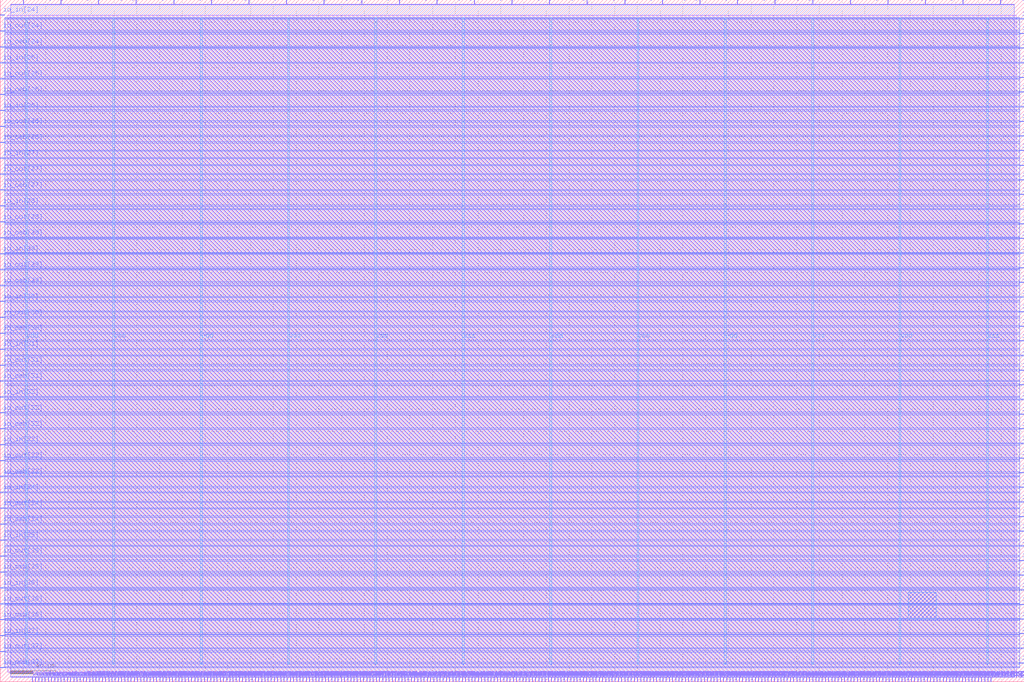
<source format=lef>
VERSION 5.7 ;
  NOWIREEXTENSIONATPIN ON ;
  DIVIDERCHAR "/" ;
  BUSBITCHARS "[]" ;
MACRO top_wrapper
  CLASS BLOCK ;
  FOREIGN top_wrapper ;
  ORIGIN 0.000 0.000 ;
  SIZE 900.000 BY 600.000 ;
  PIN io_in[0]
    DIRECTION INPUT ;
    USE SIGNAL ;
    PORT
      LAYER Metal3 ;
        RECT 896.000 16.240 900.000 16.800 ;
    END
  END io_in[0]
  PIN io_in[10]
    DIRECTION INPUT ;
    USE SIGNAL ;
    PORT
      LAYER Metal3 ;
        RECT 896.000 402.640 900.000 403.200 ;
    END
  END io_in[10]
  PIN io_in[11]
    DIRECTION INPUT ;
    USE SIGNAL ;
    PORT
      LAYER Metal3 ;
        RECT 896.000 441.280 900.000 441.840 ;
    END
  END io_in[11]
  PIN io_in[12]
    DIRECTION INPUT ;
    USE SIGNAL ;
    PORT
      LAYER Metal3 ;
        RECT 896.000 479.920 900.000 480.480 ;
    END
  END io_in[12]
  PIN io_in[13]
    DIRECTION INPUT ;
    USE SIGNAL ;
    PORT
      LAYER Metal3 ;
        RECT 896.000 518.560 900.000 519.120 ;
    END
  END io_in[13]
  PIN io_in[14]
    DIRECTION INPUT ;
    USE SIGNAL ;
    PORT
      LAYER Metal3 ;
        RECT 896.000 557.200 900.000 557.760 ;
    END
  END io_in[14]
  PIN io_in[15]
    DIRECTION INPUT ;
    USE SIGNAL ;
    PORT
      LAYER Metal2 ;
        RECT 879.200 596.000 879.760 600.000 ;
    END
  END io_in[15]
  PIN io_in[16]
    DIRECTION INPUT ;
    USE SIGNAL ;
    PORT
      LAYER Metal2 ;
        RECT 780.080 596.000 780.640 600.000 ;
    END
  END io_in[16]
  PIN io_in[17]
    DIRECTION INPUT ;
    USE SIGNAL ;
    PORT
      LAYER Metal2 ;
        RECT 680.960 596.000 681.520 600.000 ;
    END
  END io_in[17]
  PIN io_in[18]
    DIRECTION INPUT ;
    USE SIGNAL ;
    PORT
      LAYER Metal2 ;
        RECT 581.840 596.000 582.400 600.000 ;
    END
  END io_in[18]
  PIN io_in[19]
    DIRECTION INPUT ;
    USE SIGNAL ;
    PORT
      LAYER Metal2 ;
        RECT 482.720 596.000 483.280 600.000 ;
    END
  END io_in[19]
  PIN io_in[1]
    DIRECTION INPUT ;
    USE SIGNAL ;
    PORT
      LAYER Metal3 ;
        RECT 896.000 54.880 900.000 55.440 ;
    END
  END io_in[1]
  PIN io_in[20]
    DIRECTION INPUT ;
    USE SIGNAL ;
    PORT
      LAYER Metal2 ;
        RECT 383.600 596.000 384.160 600.000 ;
    END
  END io_in[20]
  PIN io_in[21]
    DIRECTION INPUT ;
    USE SIGNAL ;
    PORT
      LAYER Metal2 ;
        RECT 284.480 596.000 285.040 600.000 ;
    END
  END io_in[21]
  PIN io_in[22]
    DIRECTION INPUT ;
    USE SIGNAL ;
    PORT
      LAYER Metal2 ;
        RECT 185.360 596.000 185.920 600.000 ;
    END
  END io_in[22]
  PIN io_in[23]
    DIRECTION INPUT ;
    USE SIGNAL ;
    PORT
      LAYER Metal2 ;
        RECT 86.240 596.000 86.800 600.000 ;
    END
  END io_in[23]
  PIN io_in[24]
    DIRECTION INPUT ;
    USE SIGNAL ;
    PORT
      LAYER Metal3 ;
        RECT 0.000 586.320 4.000 586.880 ;
    END
  END io_in[24]
  PIN io_in[25]
    DIRECTION INPUT ;
    USE SIGNAL ;
    PORT
      LAYER Metal3 ;
        RECT 0.000 544.320 4.000 544.880 ;
    END
  END io_in[25]
  PIN io_in[26]
    DIRECTION INPUT ;
    USE SIGNAL ;
    PORT
      LAYER Metal3 ;
        RECT 0.000 502.320 4.000 502.880 ;
    END
  END io_in[26]
  PIN io_in[27]
    DIRECTION INPUT ;
    USE SIGNAL ;
    PORT
      LAYER Metal3 ;
        RECT 0.000 460.320 4.000 460.880 ;
    END
  END io_in[27]
  PIN io_in[28]
    DIRECTION INPUT ;
    USE SIGNAL ;
    PORT
      LAYER Metal3 ;
        RECT 0.000 418.320 4.000 418.880 ;
    END
  END io_in[28]
  PIN io_in[29]
    DIRECTION INPUT ;
    USE SIGNAL ;
    PORT
      LAYER Metal3 ;
        RECT 0.000 376.320 4.000 376.880 ;
    END
  END io_in[29]
  PIN io_in[2]
    DIRECTION INPUT ;
    USE SIGNAL ;
    PORT
      LAYER Metal3 ;
        RECT 896.000 93.520 900.000 94.080 ;
    END
  END io_in[2]
  PIN io_in[30]
    DIRECTION INPUT ;
    USE SIGNAL ;
    PORT
      LAYER Metal3 ;
        RECT 0.000 334.320 4.000 334.880 ;
    END
  END io_in[30]
  PIN io_in[31]
    DIRECTION INPUT ;
    USE SIGNAL ;
    PORT
      LAYER Metal3 ;
        RECT 0.000 292.320 4.000 292.880 ;
    END
  END io_in[31]
  PIN io_in[32]
    DIRECTION INPUT ;
    USE SIGNAL ;
    PORT
      LAYER Metal3 ;
        RECT 0.000 250.320 4.000 250.880 ;
    END
  END io_in[32]
  PIN io_in[33]
    DIRECTION INPUT ;
    USE SIGNAL ;
    PORT
      LAYER Metal3 ;
        RECT 0.000 208.320 4.000 208.880 ;
    END
  END io_in[33]
  PIN io_in[34]
    DIRECTION INPUT ;
    USE SIGNAL ;
    PORT
      LAYER Metal3 ;
        RECT 0.000 166.320 4.000 166.880 ;
    END
  END io_in[34]
  PIN io_in[35]
    DIRECTION INPUT ;
    USE SIGNAL ;
    PORT
      LAYER Metal3 ;
        RECT 0.000 124.320 4.000 124.880 ;
    END
  END io_in[35]
  PIN io_in[36]
    DIRECTION INPUT ;
    USE SIGNAL ;
    PORT
      LAYER Metal3 ;
        RECT 0.000 82.320 4.000 82.880 ;
    END
  END io_in[36]
  PIN io_in[37]
    DIRECTION INPUT ;
    USE SIGNAL ;
    PORT
      LAYER Metal3 ;
        RECT 0.000 40.320 4.000 40.880 ;
    END
  END io_in[37]
  PIN io_in[3]
    DIRECTION INPUT ;
    USE SIGNAL ;
    PORT
      LAYER Metal3 ;
        RECT 896.000 132.160 900.000 132.720 ;
    END
  END io_in[3]
  PIN io_in[4]
    DIRECTION INPUT ;
    USE SIGNAL ;
    PORT
      LAYER Metal3 ;
        RECT 896.000 170.800 900.000 171.360 ;
    END
  END io_in[4]
  PIN io_in[5]
    DIRECTION INPUT ;
    USE SIGNAL ;
    PORT
      LAYER Metal3 ;
        RECT 896.000 209.440 900.000 210.000 ;
    END
  END io_in[5]
  PIN io_in[6]
    DIRECTION INPUT ;
    USE SIGNAL ;
    PORT
      LAYER Metal3 ;
        RECT 896.000 248.080 900.000 248.640 ;
    END
  END io_in[6]
  PIN io_in[7]
    DIRECTION INPUT ;
    USE SIGNAL ;
    PORT
      LAYER Metal3 ;
        RECT 896.000 286.720 900.000 287.280 ;
    END
  END io_in[7]
  PIN io_in[8]
    DIRECTION INPUT ;
    USE SIGNAL ;
    PORT
      LAYER Metal3 ;
        RECT 896.000 325.360 900.000 325.920 ;
    END
  END io_in[8]
  PIN io_in[9]
    DIRECTION INPUT ;
    USE SIGNAL ;
    PORT
      LAYER Metal3 ;
        RECT 896.000 364.000 900.000 364.560 ;
    END
  END io_in[9]
  PIN io_oeb[0]
    DIRECTION OUTPUT TRISTATE ;
    USE SIGNAL ;
    PORT
      LAYER Metal3 ;
        RECT 896.000 42.000 900.000 42.560 ;
    END
  END io_oeb[0]
  PIN io_oeb[10]
    DIRECTION OUTPUT TRISTATE ;
    USE SIGNAL ;
    PORT
      LAYER Metal3 ;
        RECT 896.000 428.400 900.000 428.960 ;
    END
  END io_oeb[10]
  PIN io_oeb[11]
    DIRECTION OUTPUT TRISTATE ;
    USE SIGNAL ;
    PORT
      LAYER Metal3 ;
        RECT 896.000 467.040 900.000 467.600 ;
    END
  END io_oeb[11]
  PIN io_oeb[12]
    DIRECTION OUTPUT TRISTATE ;
    USE SIGNAL ;
    PORT
      LAYER Metal3 ;
        RECT 896.000 505.680 900.000 506.240 ;
    END
  END io_oeb[12]
  PIN io_oeb[13]
    DIRECTION OUTPUT TRISTATE ;
    USE SIGNAL ;
    PORT
      LAYER Metal3 ;
        RECT 896.000 544.320 900.000 544.880 ;
    END
  END io_oeb[13]
  PIN io_oeb[14]
    DIRECTION OUTPUT TRISTATE ;
    USE SIGNAL ;
    PORT
      LAYER Metal3 ;
        RECT 896.000 582.960 900.000 583.520 ;
    END
  END io_oeb[14]
  PIN io_oeb[15]
    DIRECTION OUTPUT TRISTATE ;
    USE SIGNAL ;
    PORT
      LAYER Metal2 ;
        RECT 813.120 596.000 813.680 600.000 ;
    END
  END io_oeb[15]
  PIN io_oeb[16]
    DIRECTION OUTPUT TRISTATE ;
    USE SIGNAL ;
    PORT
      LAYER Metal2 ;
        RECT 714.000 596.000 714.560 600.000 ;
    END
  END io_oeb[16]
  PIN io_oeb[17]
    DIRECTION OUTPUT TRISTATE ;
    USE SIGNAL ;
    PORT
      LAYER Metal2 ;
        RECT 614.880 596.000 615.440 600.000 ;
    END
  END io_oeb[17]
  PIN io_oeb[18]
    DIRECTION OUTPUT TRISTATE ;
    USE SIGNAL ;
    PORT
      LAYER Metal2 ;
        RECT 515.760 596.000 516.320 600.000 ;
    END
  END io_oeb[18]
  PIN io_oeb[19]
    DIRECTION OUTPUT TRISTATE ;
    USE SIGNAL ;
    PORT
      LAYER Metal2 ;
        RECT 416.640 596.000 417.200 600.000 ;
    END
  END io_oeb[19]
  PIN io_oeb[1]
    DIRECTION OUTPUT TRISTATE ;
    USE SIGNAL ;
    PORT
      LAYER Metal3 ;
        RECT 896.000 80.640 900.000 81.200 ;
    END
  END io_oeb[1]
  PIN io_oeb[20]
    DIRECTION OUTPUT TRISTATE ;
    USE SIGNAL ;
    PORT
      LAYER Metal2 ;
        RECT 317.520 596.000 318.080 600.000 ;
    END
  END io_oeb[20]
  PIN io_oeb[21]
    DIRECTION OUTPUT TRISTATE ;
    USE SIGNAL ;
    PORT
      LAYER Metal2 ;
        RECT 218.400 596.000 218.960 600.000 ;
    END
  END io_oeb[21]
  PIN io_oeb[22]
    DIRECTION OUTPUT TRISTATE ;
    USE SIGNAL ;
    PORT
      LAYER Metal2 ;
        RECT 119.280 596.000 119.840 600.000 ;
    END
  END io_oeb[22]
  PIN io_oeb[23]
    DIRECTION OUTPUT TRISTATE ;
    USE SIGNAL ;
    PORT
      LAYER Metal2 ;
        RECT 20.160 596.000 20.720 600.000 ;
    END
  END io_oeb[23]
  PIN io_oeb[24]
    DIRECTION OUTPUT TRISTATE ;
    USE SIGNAL ;
    PORT
      LAYER Metal3 ;
        RECT 0.000 558.320 4.000 558.880 ;
    END
  END io_oeb[24]
  PIN io_oeb[25]
    DIRECTION OUTPUT TRISTATE ;
    USE SIGNAL ;
    PORT
      LAYER Metal3 ;
        RECT 0.000 516.320 4.000 516.880 ;
    END
  END io_oeb[25]
  PIN io_oeb[26]
    DIRECTION OUTPUT TRISTATE ;
    USE SIGNAL ;
    PORT
      LAYER Metal3 ;
        RECT 0.000 474.320 4.000 474.880 ;
    END
  END io_oeb[26]
  PIN io_oeb[27]
    DIRECTION OUTPUT TRISTATE ;
    USE SIGNAL ;
    PORT
      LAYER Metal3 ;
        RECT 0.000 432.320 4.000 432.880 ;
    END
  END io_oeb[27]
  PIN io_oeb[28]
    DIRECTION OUTPUT TRISTATE ;
    USE SIGNAL ;
    PORT
      LAYER Metal3 ;
        RECT 0.000 390.320 4.000 390.880 ;
    END
  END io_oeb[28]
  PIN io_oeb[29]
    DIRECTION OUTPUT TRISTATE ;
    USE SIGNAL ;
    PORT
      LAYER Metal3 ;
        RECT 0.000 348.320 4.000 348.880 ;
    END
  END io_oeb[29]
  PIN io_oeb[2]
    DIRECTION OUTPUT TRISTATE ;
    USE SIGNAL ;
    PORT
      LAYER Metal3 ;
        RECT 896.000 119.280 900.000 119.840 ;
    END
  END io_oeb[2]
  PIN io_oeb[30]
    DIRECTION OUTPUT TRISTATE ;
    USE SIGNAL ;
    PORT
      LAYER Metal3 ;
        RECT 0.000 306.320 4.000 306.880 ;
    END
  END io_oeb[30]
  PIN io_oeb[31]
    DIRECTION OUTPUT TRISTATE ;
    USE SIGNAL ;
    PORT
      LAYER Metal3 ;
        RECT 0.000 264.320 4.000 264.880 ;
    END
  END io_oeb[31]
  PIN io_oeb[32]
    DIRECTION OUTPUT TRISTATE ;
    USE SIGNAL ;
    PORT
      LAYER Metal3 ;
        RECT 0.000 222.320 4.000 222.880 ;
    END
  END io_oeb[32]
  PIN io_oeb[33]
    DIRECTION OUTPUT TRISTATE ;
    USE SIGNAL ;
    PORT
      LAYER Metal3 ;
        RECT 0.000 180.320 4.000 180.880 ;
    END
  END io_oeb[33]
  PIN io_oeb[34]
    DIRECTION OUTPUT TRISTATE ;
    USE SIGNAL ;
    PORT
      LAYER Metal3 ;
        RECT 0.000 138.320 4.000 138.880 ;
    END
  END io_oeb[34]
  PIN io_oeb[35]
    DIRECTION OUTPUT TRISTATE ;
    USE SIGNAL ;
    PORT
      LAYER Metal3 ;
        RECT 0.000 96.320 4.000 96.880 ;
    END
  END io_oeb[35]
  PIN io_oeb[36]
    DIRECTION OUTPUT TRISTATE ;
    USE SIGNAL ;
    PORT
      LAYER Metal3 ;
        RECT 0.000 54.320 4.000 54.880 ;
    END
  END io_oeb[36]
  PIN io_oeb[37]
    DIRECTION OUTPUT TRISTATE ;
    USE SIGNAL ;
    PORT
      LAYER Metal3 ;
        RECT 0.000 12.320 4.000 12.880 ;
    END
  END io_oeb[37]
  PIN io_oeb[3]
    DIRECTION OUTPUT TRISTATE ;
    USE SIGNAL ;
    PORT
      LAYER Metal3 ;
        RECT 896.000 157.920 900.000 158.480 ;
    END
  END io_oeb[3]
  PIN io_oeb[4]
    DIRECTION OUTPUT TRISTATE ;
    USE SIGNAL ;
    PORT
      LAYER Metal3 ;
        RECT 896.000 196.560 900.000 197.120 ;
    END
  END io_oeb[4]
  PIN io_oeb[5]
    DIRECTION OUTPUT TRISTATE ;
    USE SIGNAL ;
    PORT
      LAYER Metal3 ;
        RECT 896.000 235.200 900.000 235.760 ;
    END
  END io_oeb[5]
  PIN io_oeb[6]
    DIRECTION OUTPUT TRISTATE ;
    USE SIGNAL ;
    PORT
      LAYER Metal3 ;
        RECT 896.000 273.840 900.000 274.400 ;
    END
  END io_oeb[6]
  PIN io_oeb[7]
    DIRECTION OUTPUT TRISTATE ;
    USE SIGNAL ;
    PORT
      LAYER Metal3 ;
        RECT 896.000 312.480 900.000 313.040 ;
    END
  END io_oeb[7]
  PIN io_oeb[8]
    DIRECTION OUTPUT TRISTATE ;
    USE SIGNAL ;
    PORT
      LAYER Metal3 ;
        RECT 896.000 351.120 900.000 351.680 ;
    END
  END io_oeb[8]
  PIN io_oeb[9]
    DIRECTION OUTPUT TRISTATE ;
    USE SIGNAL ;
    PORT
      LAYER Metal3 ;
        RECT 896.000 389.760 900.000 390.320 ;
    END
  END io_oeb[9]
  PIN io_out[0]
    DIRECTION OUTPUT TRISTATE ;
    USE SIGNAL ;
    PORT
      LAYER Metal3 ;
        RECT 896.000 29.120 900.000 29.680 ;
    END
  END io_out[0]
  PIN io_out[10]
    DIRECTION OUTPUT TRISTATE ;
    USE SIGNAL ;
    PORT
      LAYER Metal3 ;
        RECT 896.000 415.520 900.000 416.080 ;
    END
  END io_out[10]
  PIN io_out[11]
    DIRECTION OUTPUT TRISTATE ;
    USE SIGNAL ;
    PORT
      LAYER Metal3 ;
        RECT 896.000 454.160 900.000 454.720 ;
    END
  END io_out[11]
  PIN io_out[12]
    DIRECTION OUTPUT TRISTATE ;
    USE SIGNAL ;
    PORT
      LAYER Metal3 ;
        RECT 896.000 492.800 900.000 493.360 ;
    END
  END io_out[12]
  PIN io_out[13]
    DIRECTION OUTPUT TRISTATE ;
    USE SIGNAL ;
    PORT
      LAYER Metal3 ;
        RECT 896.000 531.440 900.000 532.000 ;
    END
  END io_out[13]
  PIN io_out[14]
    DIRECTION OUTPUT TRISTATE ;
    USE SIGNAL ;
    PORT
      LAYER Metal3 ;
        RECT 896.000 570.080 900.000 570.640 ;
    END
  END io_out[14]
  PIN io_out[15]
    DIRECTION OUTPUT TRISTATE ;
    USE SIGNAL ;
    PORT
      LAYER Metal2 ;
        RECT 846.160 596.000 846.720 600.000 ;
    END
  END io_out[15]
  PIN io_out[16]
    DIRECTION OUTPUT TRISTATE ;
    USE SIGNAL ;
    PORT
      LAYER Metal2 ;
        RECT 747.040 596.000 747.600 600.000 ;
    END
  END io_out[16]
  PIN io_out[17]
    DIRECTION OUTPUT TRISTATE ;
    USE SIGNAL ;
    PORT
      LAYER Metal2 ;
        RECT 647.920 596.000 648.480 600.000 ;
    END
  END io_out[17]
  PIN io_out[18]
    DIRECTION OUTPUT TRISTATE ;
    USE SIGNAL ;
    PORT
      LAYER Metal2 ;
        RECT 548.800 596.000 549.360 600.000 ;
    END
  END io_out[18]
  PIN io_out[19]
    DIRECTION OUTPUT TRISTATE ;
    USE SIGNAL ;
    PORT
      LAYER Metal2 ;
        RECT 449.680 596.000 450.240 600.000 ;
    END
  END io_out[19]
  PIN io_out[1]
    DIRECTION OUTPUT TRISTATE ;
    USE SIGNAL ;
    PORT
      LAYER Metal3 ;
        RECT 896.000 67.760 900.000 68.320 ;
    END
  END io_out[1]
  PIN io_out[20]
    DIRECTION OUTPUT TRISTATE ;
    USE SIGNAL ;
    PORT
      LAYER Metal2 ;
        RECT 350.560 596.000 351.120 600.000 ;
    END
  END io_out[20]
  PIN io_out[21]
    DIRECTION OUTPUT TRISTATE ;
    USE SIGNAL ;
    PORT
      LAYER Metal2 ;
        RECT 251.440 596.000 252.000 600.000 ;
    END
  END io_out[21]
  PIN io_out[22]
    DIRECTION OUTPUT TRISTATE ;
    USE SIGNAL ;
    PORT
      LAYER Metal2 ;
        RECT 152.320 596.000 152.880 600.000 ;
    END
  END io_out[22]
  PIN io_out[23]
    DIRECTION OUTPUT TRISTATE ;
    USE SIGNAL ;
    PORT
      LAYER Metal2 ;
        RECT 53.200 596.000 53.760 600.000 ;
    END
  END io_out[23]
  PIN io_out[24]
    DIRECTION OUTPUT TRISTATE ;
    USE SIGNAL ;
    PORT
      LAYER Metal3 ;
        RECT 0.000 572.320 4.000 572.880 ;
    END
  END io_out[24]
  PIN io_out[25]
    DIRECTION OUTPUT TRISTATE ;
    USE SIGNAL ;
    PORT
      LAYER Metal3 ;
        RECT 0.000 530.320 4.000 530.880 ;
    END
  END io_out[25]
  PIN io_out[26]
    DIRECTION OUTPUT TRISTATE ;
    USE SIGNAL ;
    PORT
      LAYER Metal3 ;
        RECT 0.000 488.320 4.000 488.880 ;
    END
  END io_out[26]
  PIN io_out[27]
    DIRECTION OUTPUT TRISTATE ;
    USE SIGNAL ;
    PORT
      LAYER Metal3 ;
        RECT 0.000 446.320 4.000 446.880 ;
    END
  END io_out[27]
  PIN io_out[28]
    DIRECTION OUTPUT TRISTATE ;
    USE SIGNAL ;
    PORT
      LAYER Metal3 ;
        RECT 0.000 404.320 4.000 404.880 ;
    END
  END io_out[28]
  PIN io_out[29]
    DIRECTION OUTPUT TRISTATE ;
    USE SIGNAL ;
    PORT
      LAYER Metal3 ;
        RECT 0.000 362.320 4.000 362.880 ;
    END
  END io_out[29]
  PIN io_out[2]
    DIRECTION OUTPUT TRISTATE ;
    USE SIGNAL ;
    PORT
      LAYER Metal3 ;
        RECT 896.000 106.400 900.000 106.960 ;
    END
  END io_out[2]
  PIN io_out[30]
    DIRECTION OUTPUT TRISTATE ;
    USE SIGNAL ;
    PORT
      LAYER Metal3 ;
        RECT 0.000 320.320 4.000 320.880 ;
    END
  END io_out[30]
  PIN io_out[31]
    DIRECTION OUTPUT TRISTATE ;
    USE SIGNAL ;
    PORT
      LAYER Metal3 ;
        RECT 0.000 278.320 4.000 278.880 ;
    END
  END io_out[31]
  PIN io_out[32]
    DIRECTION OUTPUT TRISTATE ;
    USE SIGNAL ;
    PORT
      LAYER Metal3 ;
        RECT 0.000 236.320 4.000 236.880 ;
    END
  END io_out[32]
  PIN io_out[33]
    DIRECTION OUTPUT TRISTATE ;
    USE SIGNAL ;
    PORT
      LAYER Metal3 ;
        RECT 0.000 194.320 4.000 194.880 ;
    END
  END io_out[33]
  PIN io_out[34]
    DIRECTION OUTPUT TRISTATE ;
    USE SIGNAL ;
    PORT
      LAYER Metal3 ;
        RECT 0.000 152.320 4.000 152.880 ;
    END
  END io_out[34]
  PIN io_out[35]
    DIRECTION OUTPUT TRISTATE ;
    USE SIGNAL ;
    PORT
      LAYER Metal3 ;
        RECT 0.000 110.320 4.000 110.880 ;
    END
  END io_out[35]
  PIN io_out[36]
    DIRECTION OUTPUT TRISTATE ;
    USE SIGNAL ;
    PORT
      LAYER Metal3 ;
        RECT 0.000 68.320 4.000 68.880 ;
    END
  END io_out[36]
  PIN io_out[37]
    DIRECTION OUTPUT TRISTATE ;
    USE SIGNAL ;
    PORT
      LAYER Metal3 ;
        RECT 0.000 26.320 4.000 26.880 ;
    END
  END io_out[37]
  PIN io_out[3]
    DIRECTION OUTPUT TRISTATE ;
    USE SIGNAL ;
    PORT
      LAYER Metal3 ;
        RECT 896.000 145.040 900.000 145.600 ;
    END
  END io_out[3]
  PIN io_out[4]
    DIRECTION OUTPUT TRISTATE ;
    USE SIGNAL ;
    PORT
      LAYER Metal3 ;
        RECT 896.000 183.680 900.000 184.240 ;
    END
  END io_out[4]
  PIN io_out[5]
    DIRECTION OUTPUT TRISTATE ;
    USE SIGNAL ;
    PORT
      LAYER Metal3 ;
        RECT 896.000 222.320 900.000 222.880 ;
    END
  END io_out[5]
  PIN io_out[6]
    DIRECTION OUTPUT TRISTATE ;
    USE SIGNAL ;
    PORT
      LAYER Metal3 ;
        RECT 896.000 260.960 900.000 261.520 ;
    END
  END io_out[6]
  PIN io_out[7]
    DIRECTION OUTPUT TRISTATE ;
    USE SIGNAL ;
    PORT
      LAYER Metal3 ;
        RECT 896.000 299.600 900.000 300.160 ;
    END
  END io_out[7]
  PIN io_out[8]
    DIRECTION OUTPUT TRISTATE ;
    USE SIGNAL ;
    PORT
      LAYER Metal3 ;
        RECT 896.000 338.240 900.000 338.800 ;
    END
  END io_out[8]
  PIN io_out[9]
    DIRECTION OUTPUT TRISTATE ;
    USE SIGNAL ;
    PORT
      LAYER Metal3 ;
        RECT 896.000 376.880 900.000 377.440 ;
    END
  END io_out[9]
  PIN la_data_in[0]
    DIRECTION INPUT ;
    USE SIGNAL ;
    PORT
      LAYER Metal2 ;
        RECT 324.800 0.000 325.360 4.000 ;
    END
  END la_data_in[0]
  PIN la_data_in[10]
    DIRECTION INPUT ;
    USE SIGNAL ;
    PORT
      LAYER Metal2 ;
        RECT 408.800 0.000 409.360 4.000 ;
    END
  END la_data_in[10]
  PIN la_data_in[11]
    DIRECTION INPUT ;
    USE SIGNAL ;
    PORT
      LAYER Metal2 ;
        RECT 417.200 0.000 417.760 4.000 ;
    END
  END la_data_in[11]
  PIN la_data_in[12]
    DIRECTION INPUT ;
    USE SIGNAL ;
    PORT
      LAYER Metal2 ;
        RECT 425.600 0.000 426.160 4.000 ;
    END
  END la_data_in[12]
  PIN la_data_in[13]
    DIRECTION INPUT ;
    USE SIGNAL ;
    PORT
      LAYER Metal2 ;
        RECT 434.000 0.000 434.560 4.000 ;
    END
  END la_data_in[13]
  PIN la_data_in[14]
    DIRECTION INPUT ;
    USE SIGNAL ;
    PORT
      LAYER Metal2 ;
        RECT 442.400 0.000 442.960 4.000 ;
    END
  END la_data_in[14]
  PIN la_data_in[15]
    DIRECTION INPUT ;
    USE SIGNAL ;
    PORT
      LAYER Metal2 ;
        RECT 450.800 0.000 451.360 4.000 ;
    END
  END la_data_in[15]
  PIN la_data_in[16]
    DIRECTION INPUT ;
    USE SIGNAL ;
    PORT
      LAYER Metal2 ;
        RECT 459.200 0.000 459.760 4.000 ;
    END
  END la_data_in[16]
  PIN la_data_in[17]
    DIRECTION INPUT ;
    USE SIGNAL ;
    PORT
      LAYER Metal2 ;
        RECT 467.600 0.000 468.160 4.000 ;
    END
  END la_data_in[17]
  PIN la_data_in[18]
    DIRECTION INPUT ;
    USE SIGNAL ;
    PORT
      LAYER Metal2 ;
        RECT 476.000 0.000 476.560 4.000 ;
    END
  END la_data_in[18]
  PIN la_data_in[19]
    DIRECTION INPUT ;
    USE SIGNAL ;
    PORT
      LAYER Metal2 ;
        RECT 484.400 0.000 484.960 4.000 ;
    END
  END la_data_in[19]
  PIN la_data_in[1]
    DIRECTION INPUT ;
    USE SIGNAL ;
    PORT
      LAYER Metal2 ;
        RECT 333.200 0.000 333.760 4.000 ;
    END
  END la_data_in[1]
  PIN la_data_in[20]
    DIRECTION INPUT ;
    USE SIGNAL ;
    PORT
      LAYER Metal2 ;
        RECT 492.800 0.000 493.360 4.000 ;
    END
  END la_data_in[20]
  PIN la_data_in[21]
    DIRECTION INPUT ;
    USE SIGNAL ;
    PORT
      LAYER Metal2 ;
        RECT 501.200 0.000 501.760 4.000 ;
    END
  END la_data_in[21]
  PIN la_data_in[22]
    DIRECTION INPUT ;
    USE SIGNAL ;
    PORT
      LAYER Metal2 ;
        RECT 509.600 0.000 510.160 4.000 ;
    END
  END la_data_in[22]
  PIN la_data_in[23]
    DIRECTION INPUT ;
    USE SIGNAL ;
    PORT
      LAYER Metal2 ;
        RECT 518.000 0.000 518.560 4.000 ;
    END
  END la_data_in[23]
  PIN la_data_in[24]
    DIRECTION INPUT ;
    USE SIGNAL ;
    PORT
      LAYER Metal2 ;
        RECT 526.400 0.000 526.960 4.000 ;
    END
  END la_data_in[24]
  PIN la_data_in[25]
    DIRECTION INPUT ;
    USE SIGNAL ;
    PORT
      LAYER Metal2 ;
        RECT 534.800 0.000 535.360 4.000 ;
    END
  END la_data_in[25]
  PIN la_data_in[26]
    DIRECTION INPUT ;
    USE SIGNAL ;
    PORT
      LAYER Metal2 ;
        RECT 543.200 0.000 543.760 4.000 ;
    END
  END la_data_in[26]
  PIN la_data_in[27]
    DIRECTION INPUT ;
    USE SIGNAL ;
    PORT
      LAYER Metal2 ;
        RECT 551.600 0.000 552.160 4.000 ;
    END
  END la_data_in[27]
  PIN la_data_in[28]
    DIRECTION INPUT ;
    USE SIGNAL ;
    PORT
      LAYER Metal2 ;
        RECT 560.000 0.000 560.560 4.000 ;
    END
  END la_data_in[28]
  PIN la_data_in[29]
    DIRECTION INPUT ;
    USE SIGNAL ;
    PORT
      LAYER Metal2 ;
        RECT 568.400 0.000 568.960 4.000 ;
    END
  END la_data_in[29]
  PIN la_data_in[2]
    DIRECTION INPUT ;
    USE SIGNAL ;
    PORT
      LAYER Metal2 ;
        RECT 341.600 0.000 342.160 4.000 ;
    END
  END la_data_in[2]
  PIN la_data_in[30]
    DIRECTION INPUT ;
    USE SIGNAL ;
    PORT
      LAYER Metal2 ;
        RECT 576.800 0.000 577.360 4.000 ;
    END
  END la_data_in[30]
  PIN la_data_in[31]
    DIRECTION INPUT ;
    USE SIGNAL ;
    PORT
      LAYER Metal2 ;
        RECT 585.200 0.000 585.760 4.000 ;
    END
  END la_data_in[31]
  PIN la_data_in[32]
    DIRECTION INPUT ;
    USE SIGNAL ;
    PORT
      LAYER Metal2 ;
        RECT 593.600 0.000 594.160 4.000 ;
    END
  END la_data_in[32]
  PIN la_data_in[33]
    DIRECTION INPUT ;
    USE SIGNAL ;
    PORT
      LAYER Metal2 ;
        RECT 602.000 0.000 602.560 4.000 ;
    END
  END la_data_in[33]
  PIN la_data_in[34]
    DIRECTION INPUT ;
    USE SIGNAL ;
    PORT
      LAYER Metal2 ;
        RECT 610.400 0.000 610.960 4.000 ;
    END
  END la_data_in[34]
  PIN la_data_in[35]
    DIRECTION INPUT ;
    USE SIGNAL ;
    PORT
      LAYER Metal2 ;
        RECT 618.800 0.000 619.360 4.000 ;
    END
  END la_data_in[35]
  PIN la_data_in[36]
    DIRECTION INPUT ;
    USE SIGNAL ;
    PORT
      LAYER Metal2 ;
        RECT 627.200 0.000 627.760 4.000 ;
    END
  END la_data_in[36]
  PIN la_data_in[37]
    DIRECTION INPUT ;
    USE SIGNAL ;
    PORT
      LAYER Metal2 ;
        RECT 635.600 0.000 636.160 4.000 ;
    END
  END la_data_in[37]
  PIN la_data_in[38]
    DIRECTION INPUT ;
    USE SIGNAL ;
    PORT
      LAYER Metal2 ;
        RECT 644.000 0.000 644.560 4.000 ;
    END
  END la_data_in[38]
  PIN la_data_in[39]
    DIRECTION INPUT ;
    USE SIGNAL ;
    PORT
      LAYER Metal2 ;
        RECT 652.400 0.000 652.960 4.000 ;
    END
  END la_data_in[39]
  PIN la_data_in[3]
    DIRECTION INPUT ;
    USE SIGNAL ;
    PORT
      LAYER Metal2 ;
        RECT 350.000 0.000 350.560 4.000 ;
    END
  END la_data_in[3]
  PIN la_data_in[40]
    DIRECTION INPUT ;
    USE SIGNAL ;
    PORT
      LAYER Metal2 ;
        RECT 660.800 0.000 661.360 4.000 ;
    END
  END la_data_in[40]
  PIN la_data_in[41]
    DIRECTION INPUT ;
    USE SIGNAL ;
    PORT
      LAYER Metal2 ;
        RECT 669.200 0.000 669.760 4.000 ;
    END
  END la_data_in[41]
  PIN la_data_in[42]
    DIRECTION INPUT ;
    USE SIGNAL ;
    PORT
      LAYER Metal2 ;
        RECT 677.600 0.000 678.160 4.000 ;
    END
  END la_data_in[42]
  PIN la_data_in[43]
    DIRECTION INPUT ;
    USE SIGNAL ;
    PORT
      LAYER Metal2 ;
        RECT 686.000 0.000 686.560 4.000 ;
    END
  END la_data_in[43]
  PIN la_data_in[44]
    DIRECTION INPUT ;
    USE SIGNAL ;
    PORT
      LAYER Metal2 ;
        RECT 694.400 0.000 694.960 4.000 ;
    END
  END la_data_in[44]
  PIN la_data_in[45]
    DIRECTION INPUT ;
    USE SIGNAL ;
    PORT
      LAYER Metal2 ;
        RECT 702.800 0.000 703.360 4.000 ;
    END
  END la_data_in[45]
  PIN la_data_in[46]
    DIRECTION INPUT ;
    USE SIGNAL ;
    PORT
      LAYER Metal2 ;
        RECT 711.200 0.000 711.760 4.000 ;
    END
  END la_data_in[46]
  PIN la_data_in[47]
    DIRECTION INPUT ;
    USE SIGNAL ;
    PORT
      LAYER Metal2 ;
        RECT 719.600 0.000 720.160 4.000 ;
    END
  END la_data_in[47]
  PIN la_data_in[48]
    DIRECTION INPUT ;
    USE SIGNAL ;
    PORT
      LAYER Metal2 ;
        RECT 728.000 0.000 728.560 4.000 ;
    END
  END la_data_in[48]
  PIN la_data_in[49]
    DIRECTION INPUT ;
    USE SIGNAL ;
    PORT
      LAYER Metal2 ;
        RECT 736.400 0.000 736.960 4.000 ;
    END
  END la_data_in[49]
  PIN la_data_in[4]
    DIRECTION INPUT ;
    USE SIGNAL ;
    PORT
      LAYER Metal2 ;
        RECT 358.400 0.000 358.960 4.000 ;
    END
  END la_data_in[4]
  PIN la_data_in[50]
    DIRECTION INPUT ;
    USE SIGNAL ;
    PORT
      LAYER Metal2 ;
        RECT 744.800 0.000 745.360 4.000 ;
    END
  END la_data_in[50]
  PIN la_data_in[51]
    DIRECTION INPUT ;
    USE SIGNAL ;
    PORT
      LAYER Metal2 ;
        RECT 753.200 0.000 753.760 4.000 ;
    END
  END la_data_in[51]
  PIN la_data_in[52]
    DIRECTION INPUT ;
    USE SIGNAL ;
    PORT
      LAYER Metal2 ;
        RECT 761.600 0.000 762.160 4.000 ;
    END
  END la_data_in[52]
  PIN la_data_in[53]
    DIRECTION INPUT ;
    USE SIGNAL ;
    PORT
      LAYER Metal2 ;
        RECT 770.000 0.000 770.560 4.000 ;
    END
  END la_data_in[53]
  PIN la_data_in[54]
    DIRECTION INPUT ;
    USE SIGNAL ;
    PORT
      LAYER Metal2 ;
        RECT 778.400 0.000 778.960 4.000 ;
    END
  END la_data_in[54]
  PIN la_data_in[55]
    DIRECTION INPUT ;
    USE SIGNAL ;
    PORT
      LAYER Metal2 ;
        RECT 786.800 0.000 787.360 4.000 ;
    END
  END la_data_in[55]
  PIN la_data_in[56]
    DIRECTION INPUT ;
    USE SIGNAL ;
    PORT
      LAYER Metal2 ;
        RECT 795.200 0.000 795.760 4.000 ;
    END
  END la_data_in[56]
  PIN la_data_in[57]
    DIRECTION INPUT ;
    USE SIGNAL ;
    PORT
      LAYER Metal2 ;
        RECT 803.600 0.000 804.160 4.000 ;
    END
  END la_data_in[57]
  PIN la_data_in[58]
    DIRECTION INPUT ;
    USE SIGNAL ;
    PORT
      LAYER Metal2 ;
        RECT 812.000 0.000 812.560 4.000 ;
    END
  END la_data_in[58]
  PIN la_data_in[59]
    DIRECTION INPUT ;
    USE SIGNAL ;
    PORT
      LAYER Metal2 ;
        RECT 820.400 0.000 820.960 4.000 ;
    END
  END la_data_in[59]
  PIN la_data_in[5]
    DIRECTION INPUT ;
    USE SIGNAL ;
    PORT
      LAYER Metal2 ;
        RECT 366.800 0.000 367.360 4.000 ;
    END
  END la_data_in[5]
  PIN la_data_in[60]
    DIRECTION INPUT ;
    USE SIGNAL ;
    PORT
      LAYER Metal2 ;
        RECT 828.800 0.000 829.360 4.000 ;
    END
  END la_data_in[60]
  PIN la_data_in[61]
    DIRECTION INPUT ;
    USE SIGNAL ;
    PORT
      LAYER Metal2 ;
        RECT 837.200 0.000 837.760 4.000 ;
    END
  END la_data_in[61]
  PIN la_data_in[62]
    DIRECTION INPUT ;
    USE SIGNAL ;
    PORT
      LAYER Metal2 ;
        RECT 845.600 0.000 846.160 4.000 ;
    END
  END la_data_in[62]
  PIN la_data_in[63]
    DIRECTION INPUT ;
    USE SIGNAL ;
    PORT
      LAYER Metal2 ;
        RECT 854.000 0.000 854.560 4.000 ;
    END
  END la_data_in[63]
  PIN la_data_in[6]
    DIRECTION INPUT ;
    USE SIGNAL ;
    PORT
      LAYER Metal2 ;
        RECT 375.200 0.000 375.760 4.000 ;
    END
  END la_data_in[6]
  PIN la_data_in[7]
    DIRECTION INPUT ;
    USE SIGNAL ;
    PORT
      LAYER Metal2 ;
        RECT 383.600 0.000 384.160 4.000 ;
    END
  END la_data_in[7]
  PIN la_data_in[8]
    DIRECTION INPUT ;
    USE SIGNAL ;
    PORT
      LAYER Metal2 ;
        RECT 392.000 0.000 392.560 4.000 ;
    END
  END la_data_in[8]
  PIN la_data_in[9]
    DIRECTION INPUT ;
    USE SIGNAL ;
    PORT
      LAYER Metal2 ;
        RECT 400.400 0.000 400.960 4.000 ;
    END
  END la_data_in[9]
  PIN la_data_out[0]
    DIRECTION OUTPUT TRISTATE ;
    USE SIGNAL ;
    PORT
      LAYER Metal2 ;
        RECT 327.600 0.000 328.160 4.000 ;
    END
  END la_data_out[0]
  PIN la_data_out[10]
    DIRECTION OUTPUT TRISTATE ;
    USE SIGNAL ;
    PORT
      LAYER Metal2 ;
        RECT 411.600 0.000 412.160 4.000 ;
    END
  END la_data_out[10]
  PIN la_data_out[11]
    DIRECTION OUTPUT TRISTATE ;
    USE SIGNAL ;
    PORT
      LAYER Metal2 ;
        RECT 420.000 0.000 420.560 4.000 ;
    END
  END la_data_out[11]
  PIN la_data_out[12]
    DIRECTION OUTPUT TRISTATE ;
    USE SIGNAL ;
    PORT
      LAYER Metal2 ;
        RECT 428.400 0.000 428.960 4.000 ;
    END
  END la_data_out[12]
  PIN la_data_out[13]
    DIRECTION OUTPUT TRISTATE ;
    USE SIGNAL ;
    PORT
      LAYER Metal2 ;
        RECT 436.800 0.000 437.360 4.000 ;
    END
  END la_data_out[13]
  PIN la_data_out[14]
    DIRECTION OUTPUT TRISTATE ;
    USE SIGNAL ;
    PORT
      LAYER Metal2 ;
        RECT 445.200 0.000 445.760 4.000 ;
    END
  END la_data_out[14]
  PIN la_data_out[15]
    DIRECTION OUTPUT TRISTATE ;
    USE SIGNAL ;
    PORT
      LAYER Metal2 ;
        RECT 453.600 0.000 454.160 4.000 ;
    END
  END la_data_out[15]
  PIN la_data_out[16]
    DIRECTION OUTPUT TRISTATE ;
    USE SIGNAL ;
    PORT
      LAYER Metal2 ;
        RECT 462.000 0.000 462.560 4.000 ;
    END
  END la_data_out[16]
  PIN la_data_out[17]
    DIRECTION OUTPUT TRISTATE ;
    USE SIGNAL ;
    PORT
      LAYER Metal2 ;
        RECT 470.400 0.000 470.960 4.000 ;
    END
  END la_data_out[17]
  PIN la_data_out[18]
    DIRECTION OUTPUT TRISTATE ;
    USE SIGNAL ;
    PORT
      LAYER Metal2 ;
        RECT 478.800 0.000 479.360 4.000 ;
    END
  END la_data_out[18]
  PIN la_data_out[19]
    DIRECTION OUTPUT TRISTATE ;
    USE SIGNAL ;
    PORT
      LAYER Metal2 ;
        RECT 487.200 0.000 487.760 4.000 ;
    END
  END la_data_out[19]
  PIN la_data_out[1]
    DIRECTION OUTPUT TRISTATE ;
    USE SIGNAL ;
    PORT
      LAYER Metal2 ;
        RECT 336.000 0.000 336.560 4.000 ;
    END
  END la_data_out[1]
  PIN la_data_out[20]
    DIRECTION OUTPUT TRISTATE ;
    USE SIGNAL ;
    PORT
      LAYER Metal2 ;
        RECT 495.600 0.000 496.160 4.000 ;
    END
  END la_data_out[20]
  PIN la_data_out[21]
    DIRECTION OUTPUT TRISTATE ;
    USE SIGNAL ;
    PORT
      LAYER Metal2 ;
        RECT 504.000 0.000 504.560 4.000 ;
    END
  END la_data_out[21]
  PIN la_data_out[22]
    DIRECTION OUTPUT TRISTATE ;
    USE SIGNAL ;
    PORT
      LAYER Metal2 ;
        RECT 512.400 0.000 512.960 4.000 ;
    END
  END la_data_out[22]
  PIN la_data_out[23]
    DIRECTION OUTPUT TRISTATE ;
    USE SIGNAL ;
    PORT
      LAYER Metal2 ;
        RECT 520.800 0.000 521.360 4.000 ;
    END
  END la_data_out[23]
  PIN la_data_out[24]
    DIRECTION OUTPUT TRISTATE ;
    USE SIGNAL ;
    PORT
      LAYER Metal2 ;
        RECT 529.200 0.000 529.760 4.000 ;
    END
  END la_data_out[24]
  PIN la_data_out[25]
    DIRECTION OUTPUT TRISTATE ;
    USE SIGNAL ;
    PORT
      LAYER Metal2 ;
        RECT 537.600 0.000 538.160 4.000 ;
    END
  END la_data_out[25]
  PIN la_data_out[26]
    DIRECTION OUTPUT TRISTATE ;
    USE SIGNAL ;
    PORT
      LAYER Metal2 ;
        RECT 546.000 0.000 546.560 4.000 ;
    END
  END la_data_out[26]
  PIN la_data_out[27]
    DIRECTION OUTPUT TRISTATE ;
    USE SIGNAL ;
    PORT
      LAYER Metal2 ;
        RECT 554.400 0.000 554.960 4.000 ;
    END
  END la_data_out[27]
  PIN la_data_out[28]
    DIRECTION OUTPUT TRISTATE ;
    USE SIGNAL ;
    PORT
      LAYER Metal2 ;
        RECT 562.800 0.000 563.360 4.000 ;
    END
  END la_data_out[28]
  PIN la_data_out[29]
    DIRECTION OUTPUT TRISTATE ;
    USE SIGNAL ;
    PORT
      LAYER Metal2 ;
        RECT 571.200 0.000 571.760 4.000 ;
    END
  END la_data_out[29]
  PIN la_data_out[2]
    DIRECTION OUTPUT TRISTATE ;
    USE SIGNAL ;
    PORT
      LAYER Metal2 ;
        RECT 344.400 0.000 344.960 4.000 ;
    END
  END la_data_out[2]
  PIN la_data_out[30]
    DIRECTION OUTPUT TRISTATE ;
    USE SIGNAL ;
    PORT
      LAYER Metal2 ;
        RECT 579.600 0.000 580.160 4.000 ;
    END
  END la_data_out[30]
  PIN la_data_out[31]
    DIRECTION OUTPUT TRISTATE ;
    USE SIGNAL ;
    PORT
      LAYER Metal2 ;
        RECT 588.000 0.000 588.560 4.000 ;
    END
  END la_data_out[31]
  PIN la_data_out[32]
    DIRECTION OUTPUT TRISTATE ;
    USE SIGNAL ;
    PORT
      LAYER Metal2 ;
        RECT 596.400 0.000 596.960 4.000 ;
    END
  END la_data_out[32]
  PIN la_data_out[33]
    DIRECTION OUTPUT TRISTATE ;
    USE SIGNAL ;
    PORT
      LAYER Metal2 ;
        RECT 604.800 0.000 605.360 4.000 ;
    END
  END la_data_out[33]
  PIN la_data_out[34]
    DIRECTION OUTPUT TRISTATE ;
    USE SIGNAL ;
    PORT
      LAYER Metal2 ;
        RECT 613.200 0.000 613.760 4.000 ;
    END
  END la_data_out[34]
  PIN la_data_out[35]
    DIRECTION OUTPUT TRISTATE ;
    USE SIGNAL ;
    PORT
      LAYER Metal2 ;
        RECT 621.600 0.000 622.160 4.000 ;
    END
  END la_data_out[35]
  PIN la_data_out[36]
    DIRECTION OUTPUT TRISTATE ;
    USE SIGNAL ;
    PORT
      LAYER Metal2 ;
        RECT 630.000 0.000 630.560 4.000 ;
    END
  END la_data_out[36]
  PIN la_data_out[37]
    DIRECTION OUTPUT TRISTATE ;
    USE SIGNAL ;
    PORT
      LAYER Metal2 ;
        RECT 638.400 0.000 638.960 4.000 ;
    END
  END la_data_out[37]
  PIN la_data_out[38]
    DIRECTION OUTPUT TRISTATE ;
    USE SIGNAL ;
    PORT
      LAYER Metal2 ;
        RECT 646.800 0.000 647.360 4.000 ;
    END
  END la_data_out[38]
  PIN la_data_out[39]
    DIRECTION OUTPUT TRISTATE ;
    USE SIGNAL ;
    PORT
      LAYER Metal2 ;
        RECT 655.200 0.000 655.760 4.000 ;
    END
  END la_data_out[39]
  PIN la_data_out[3]
    DIRECTION OUTPUT TRISTATE ;
    USE SIGNAL ;
    PORT
      LAYER Metal2 ;
        RECT 352.800 0.000 353.360 4.000 ;
    END
  END la_data_out[3]
  PIN la_data_out[40]
    DIRECTION OUTPUT TRISTATE ;
    USE SIGNAL ;
    PORT
      LAYER Metal2 ;
        RECT 663.600 0.000 664.160 4.000 ;
    END
  END la_data_out[40]
  PIN la_data_out[41]
    DIRECTION OUTPUT TRISTATE ;
    USE SIGNAL ;
    PORT
      LAYER Metal2 ;
        RECT 672.000 0.000 672.560 4.000 ;
    END
  END la_data_out[41]
  PIN la_data_out[42]
    DIRECTION OUTPUT TRISTATE ;
    USE SIGNAL ;
    PORT
      LAYER Metal2 ;
        RECT 680.400 0.000 680.960 4.000 ;
    END
  END la_data_out[42]
  PIN la_data_out[43]
    DIRECTION OUTPUT TRISTATE ;
    USE SIGNAL ;
    PORT
      LAYER Metal2 ;
        RECT 688.800 0.000 689.360 4.000 ;
    END
  END la_data_out[43]
  PIN la_data_out[44]
    DIRECTION OUTPUT TRISTATE ;
    USE SIGNAL ;
    PORT
      LAYER Metal2 ;
        RECT 697.200 0.000 697.760 4.000 ;
    END
  END la_data_out[44]
  PIN la_data_out[45]
    DIRECTION OUTPUT TRISTATE ;
    USE SIGNAL ;
    PORT
      LAYER Metal2 ;
        RECT 705.600 0.000 706.160 4.000 ;
    END
  END la_data_out[45]
  PIN la_data_out[46]
    DIRECTION OUTPUT TRISTATE ;
    USE SIGNAL ;
    PORT
      LAYER Metal2 ;
        RECT 714.000 0.000 714.560 4.000 ;
    END
  END la_data_out[46]
  PIN la_data_out[47]
    DIRECTION OUTPUT TRISTATE ;
    USE SIGNAL ;
    PORT
      LAYER Metal2 ;
        RECT 722.400 0.000 722.960 4.000 ;
    END
  END la_data_out[47]
  PIN la_data_out[48]
    DIRECTION OUTPUT TRISTATE ;
    USE SIGNAL ;
    PORT
      LAYER Metal2 ;
        RECT 730.800 0.000 731.360 4.000 ;
    END
  END la_data_out[48]
  PIN la_data_out[49]
    DIRECTION OUTPUT TRISTATE ;
    USE SIGNAL ;
    PORT
      LAYER Metal2 ;
        RECT 739.200 0.000 739.760 4.000 ;
    END
  END la_data_out[49]
  PIN la_data_out[4]
    DIRECTION OUTPUT TRISTATE ;
    USE SIGNAL ;
    PORT
      LAYER Metal2 ;
        RECT 361.200 0.000 361.760 4.000 ;
    END
  END la_data_out[4]
  PIN la_data_out[50]
    DIRECTION OUTPUT TRISTATE ;
    USE SIGNAL ;
    PORT
      LAYER Metal2 ;
        RECT 747.600 0.000 748.160 4.000 ;
    END
  END la_data_out[50]
  PIN la_data_out[51]
    DIRECTION OUTPUT TRISTATE ;
    USE SIGNAL ;
    PORT
      LAYER Metal2 ;
        RECT 756.000 0.000 756.560 4.000 ;
    END
  END la_data_out[51]
  PIN la_data_out[52]
    DIRECTION OUTPUT TRISTATE ;
    USE SIGNAL ;
    PORT
      LAYER Metal2 ;
        RECT 764.400 0.000 764.960 4.000 ;
    END
  END la_data_out[52]
  PIN la_data_out[53]
    DIRECTION OUTPUT TRISTATE ;
    USE SIGNAL ;
    PORT
      LAYER Metal2 ;
        RECT 772.800 0.000 773.360 4.000 ;
    END
  END la_data_out[53]
  PIN la_data_out[54]
    DIRECTION OUTPUT TRISTATE ;
    USE SIGNAL ;
    PORT
      LAYER Metal2 ;
        RECT 781.200 0.000 781.760 4.000 ;
    END
  END la_data_out[54]
  PIN la_data_out[55]
    DIRECTION OUTPUT TRISTATE ;
    USE SIGNAL ;
    PORT
      LAYER Metal2 ;
        RECT 789.600 0.000 790.160 4.000 ;
    END
  END la_data_out[55]
  PIN la_data_out[56]
    DIRECTION OUTPUT TRISTATE ;
    USE SIGNAL ;
    PORT
      LAYER Metal2 ;
        RECT 798.000 0.000 798.560 4.000 ;
    END
  END la_data_out[56]
  PIN la_data_out[57]
    DIRECTION OUTPUT TRISTATE ;
    USE SIGNAL ;
    PORT
      LAYER Metal2 ;
        RECT 806.400 0.000 806.960 4.000 ;
    END
  END la_data_out[57]
  PIN la_data_out[58]
    DIRECTION OUTPUT TRISTATE ;
    USE SIGNAL ;
    PORT
      LAYER Metal2 ;
        RECT 814.800 0.000 815.360 4.000 ;
    END
  END la_data_out[58]
  PIN la_data_out[59]
    DIRECTION OUTPUT TRISTATE ;
    USE SIGNAL ;
    PORT
      LAYER Metal2 ;
        RECT 823.200 0.000 823.760 4.000 ;
    END
  END la_data_out[59]
  PIN la_data_out[5]
    DIRECTION OUTPUT TRISTATE ;
    USE SIGNAL ;
    PORT
      LAYER Metal2 ;
        RECT 369.600 0.000 370.160 4.000 ;
    END
  END la_data_out[5]
  PIN la_data_out[60]
    DIRECTION OUTPUT TRISTATE ;
    USE SIGNAL ;
    PORT
      LAYER Metal2 ;
        RECT 831.600 0.000 832.160 4.000 ;
    END
  END la_data_out[60]
  PIN la_data_out[61]
    DIRECTION OUTPUT TRISTATE ;
    USE SIGNAL ;
    PORT
      LAYER Metal2 ;
        RECT 840.000 0.000 840.560 4.000 ;
    END
  END la_data_out[61]
  PIN la_data_out[62]
    DIRECTION OUTPUT TRISTATE ;
    USE SIGNAL ;
    PORT
      LAYER Metal2 ;
        RECT 848.400 0.000 848.960 4.000 ;
    END
  END la_data_out[62]
  PIN la_data_out[63]
    DIRECTION OUTPUT TRISTATE ;
    USE SIGNAL ;
    PORT
      LAYER Metal2 ;
        RECT 856.800 0.000 857.360 4.000 ;
    END
  END la_data_out[63]
  PIN la_data_out[6]
    DIRECTION OUTPUT TRISTATE ;
    USE SIGNAL ;
    PORT
      LAYER Metal2 ;
        RECT 378.000 0.000 378.560 4.000 ;
    END
  END la_data_out[6]
  PIN la_data_out[7]
    DIRECTION OUTPUT TRISTATE ;
    USE SIGNAL ;
    PORT
      LAYER Metal2 ;
        RECT 386.400 0.000 386.960 4.000 ;
    END
  END la_data_out[7]
  PIN la_data_out[8]
    DIRECTION OUTPUT TRISTATE ;
    USE SIGNAL ;
    PORT
      LAYER Metal2 ;
        RECT 394.800 0.000 395.360 4.000 ;
    END
  END la_data_out[8]
  PIN la_data_out[9]
    DIRECTION OUTPUT TRISTATE ;
    USE SIGNAL ;
    PORT
      LAYER Metal2 ;
        RECT 403.200 0.000 403.760 4.000 ;
    END
  END la_data_out[9]
  PIN la_oenb[0]
    DIRECTION INPUT ;
    USE SIGNAL ;
    PORT
      LAYER Metal2 ;
        RECT 330.400 0.000 330.960 4.000 ;
    END
  END la_oenb[0]
  PIN la_oenb[10]
    DIRECTION INPUT ;
    USE SIGNAL ;
    PORT
      LAYER Metal2 ;
        RECT 414.400 0.000 414.960 4.000 ;
    END
  END la_oenb[10]
  PIN la_oenb[11]
    DIRECTION INPUT ;
    USE SIGNAL ;
    PORT
      LAYER Metal2 ;
        RECT 422.800 0.000 423.360 4.000 ;
    END
  END la_oenb[11]
  PIN la_oenb[12]
    DIRECTION INPUT ;
    USE SIGNAL ;
    PORT
      LAYER Metal2 ;
        RECT 431.200 0.000 431.760 4.000 ;
    END
  END la_oenb[12]
  PIN la_oenb[13]
    DIRECTION INPUT ;
    USE SIGNAL ;
    PORT
      LAYER Metal2 ;
        RECT 439.600 0.000 440.160 4.000 ;
    END
  END la_oenb[13]
  PIN la_oenb[14]
    DIRECTION INPUT ;
    USE SIGNAL ;
    PORT
      LAYER Metal2 ;
        RECT 448.000 0.000 448.560 4.000 ;
    END
  END la_oenb[14]
  PIN la_oenb[15]
    DIRECTION INPUT ;
    USE SIGNAL ;
    PORT
      LAYER Metal2 ;
        RECT 456.400 0.000 456.960 4.000 ;
    END
  END la_oenb[15]
  PIN la_oenb[16]
    DIRECTION INPUT ;
    USE SIGNAL ;
    PORT
      LAYER Metal2 ;
        RECT 464.800 0.000 465.360 4.000 ;
    END
  END la_oenb[16]
  PIN la_oenb[17]
    DIRECTION INPUT ;
    USE SIGNAL ;
    PORT
      LAYER Metal2 ;
        RECT 473.200 0.000 473.760 4.000 ;
    END
  END la_oenb[17]
  PIN la_oenb[18]
    DIRECTION INPUT ;
    USE SIGNAL ;
    PORT
      LAYER Metal2 ;
        RECT 481.600 0.000 482.160 4.000 ;
    END
  END la_oenb[18]
  PIN la_oenb[19]
    DIRECTION INPUT ;
    USE SIGNAL ;
    PORT
      LAYER Metal2 ;
        RECT 490.000 0.000 490.560 4.000 ;
    END
  END la_oenb[19]
  PIN la_oenb[1]
    DIRECTION INPUT ;
    USE SIGNAL ;
    PORT
      LAYER Metal2 ;
        RECT 338.800 0.000 339.360 4.000 ;
    END
  END la_oenb[1]
  PIN la_oenb[20]
    DIRECTION INPUT ;
    USE SIGNAL ;
    PORT
      LAYER Metal2 ;
        RECT 498.400 0.000 498.960 4.000 ;
    END
  END la_oenb[20]
  PIN la_oenb[21]
    DIRECTION INPUT ;
    USE SIGNAL ;
    PORT
      LAYER Metal2 ;
        RECT 506.800 0.000 507.360 4.000 ;
    END
  END la_oenb[21]
  PIN la_oenb[22]
    DIRECTION INPUT ;
    USE SIGNAL ;
    PORT
      LAYER Metal2 ;
        RECT 515.200 0.000 515.760 4.000 ;
    END
  END la_oenb[22]
  PIN la_oenb[23]
    DIRECTION INPUT ;
    USE SIGNAL ;
    PORT
      LAYER Metal2 ;
        RECT 523.600 0.000 524.160 4.000 ;
    END
  END la_oenb[23]
  PIN la_oenb[24]
    DIRECTION INPUT ;
    USE SIGNAL ;
    PORT
      LAYER Metal2 ;
        RECT 532.000 0.000 532.560 4.000 ;
    END
  END la_oenb[24]
  PIN la_oenb[25]
    DIRECTION INPUT ;
    USE SIGNAL ;
    PORT
      LAYER Metal2 ;
        RECT 540.400 0.000 540.960 4.000 ;
    END
  END la_oenb[25]
  PIN la_oenb[26]
    DIRECTION INPUT ;
    USE SIGNAL ;
    PORT
      LAYER Metal2 ;
        RECT 548.800 0.000 549.360 4.000 ;
    END
  END la_oenb[26]
  PIN la_oenb[27]
    DIRECTION INPUT ;
    USE SIGNAL ;
    PORT
      LAYER Metal2 ;
        RECT 557.200 0.000 557.760 4.000 ;
    END
  END la_oenb[27]
  PIN la_oenb[28]
    DIRECTION INPUT ;
    USE SIGNAL ;
    PORT
      LAYER Metal2 ;
        RECT 565.600 0.000 566.160 4.000 ;
    END
  END la_oenb[28]
  PIN la_oenb[29]
    DIRECTION INPUT ;
    USE SIGNAL ;
    PORT
      LAYER Metal2 ;
        RECT 574.000 0.000 574.560 4.000 ;
    END
  END la_oenb[29]
  PIN la_oenb[2]
    DIRECTION INPUT ;
    USE SIGNAL ;
    PORT
      LAYER Metal2 ;
        RECT 347.200 0.000 347.760 4.000 ;
    END
  END la_oenb[2]
  PIN la_oenb[30]
    DIRECTION INPUT ;
    USE SIGNAL ;
    PORT
      LAYER Metal2 ;
        RECT 582.400 0.000 582.960 4.000 ;
    END
  END la_oenb[30]
  PIN la_oenb[31]
    DIRECTION INPUT ;
    USE SIGNAL ;
    PORT
      LAYER Metal2 ;
        RECT 590.800 0.000 591.360 4.000 ;
    END
  END la_oenb[31]
  PIN la_oenb[32]
    DIRECTION INPUT ;
    USE SIGNAL ;
    PORT
      LAYER Metal2 ;
        RECT 599.200 0.000 599.760 4.000 ;
    END
  END la_oenb[32]
  PIN la_oenb[33]
    DIRECTION INPUT ;
    USE SIGNAL ;
    PORT
      LAYER Metal2 ;
        RECT 607.600 0.000 608.160 4.000 ;
    END
  END la_oenb[33]
  PIN la_oenb[34]
    DIRECTION INPUT ;
    USE SIGNAL ;
    PORT
      LAYER Metal2 ;
        RECT 616.000 0.000 616.560 4.000 ;
    END
  END la_oenb[34]
  PIN la_oenb[35]
    DIRECTION INPUT ;
    USE SIGNAL ;
    PORT
      LAYER Metal2 ;
        RECT 624.400 0.000 624.960 4.000 ;
    END
  END la_oenb[35]
  PIN la_oenb[36]
    DIRECTION INPUT ;
    USE SIGNAL ;
    PORT
      LAYER Metal2 ;
        RECT 632.800 0.000 633.360 4.000 ;
    END
  END la_oenb[36]
  PIN la_oenb[37]
    DIRECTION INPUT ;
    USE SIGNAL ;
    PORT
      LAYER Metal2 ;
        RECT 641.200 0.000 641.760 4.000 ;
    END
  END la_oenb[37]
  PIN la_oenb[38]
    DIRECTION INPUT ;
    USE SIGNAL ;
    PORT
      LAYER Metal2 ;
        RECT 649.600 0.000 650.160 4.000 ;
    END
  END la_oenb[38]
  PIN la_oenb[39]
    DIRECTION INPUT ;
    USE SIGNAL ;
    PORT
      LAYER Metal2 ;
        RECT 658.000 0.000 658.560 4.000 ;
    END
  END la_oenb[39]
  PIN la_oenb[3]
    DIRECTION INPUT ;
    USE SIGNAL ;
    PORT
      LAYER Metal2 ;
        RECT 355.600 0.000 356.160 4.000 ;
    END
  END la_oenb[3]
  PIN la_oenb[40]
    DIRECTION INPUT ;
    USE SIGNAL ;
    PORT
      LAYER Metal2 ;
        RECT 666.400 0.000 666.960 4.000 ;
    END
  END la_oenb[40]
  PIN la_oenb[41]
    DIRECTION INPUT ;
    USE SIGNAL ;
    PORT
      LAYER Metal2 ;
        RECT 674.800 0.000 675.360 4.000 ;
    END
  END la_oenb[41]
  PIN la_oenb[42]
    DIRECTION INPUT ;
    USE SIGNAL ;
    PORT
      LAYER Metal2 ;
        RECT 683.200 0.000 683.760 4.000 ;
    END
  END la_oenb[42]
  PIN la_oenb[43]
    DIRECTION INPUT ;
    USE SIGNAL ;
    PORT
      LAYER Metal2 ;
        RECT 691.600 0.000 692.160 4.000 ;
    END
  END la_oenb[43]
  PIN la_oenb[44]
    DIRECTION INPUT ;
    USE SIGNAL ;
    PORT
      LAYER Metal2 ;
        RECT 700.000 0.000 700.560 4.000 ;
    END
  END la_oenb[44]
  PIN la_oenb[45]
    DIRECTION INPUT ;
    USE SIGNAL ;
    PORT
      LAYER Metal2 ;
        RECT 708.400 0.000 708.960 4.000 ;
    END
  END la_oenb[45]
  PIN la_oenb[46]
    DIRECTION INPUT ;
    USE SIGNAL ;
    PORT
      LAYER Metal2 ;
        RECT 716.800 0.000 717.360 4.000 ;
    END
  END la_oenb[46]
  PIN la_oenb[47]
    DIRECTION INPUT ;
    USE SIGNAL ;
    PORT
      LAYER Metal2 ;
        RECT 725.200 0.000 725.760 4.000 ;
    END
  END la_oenb[47]
  PIN la_oenb[48]
    DIRECTION INPUT ;
    USE SIGNAL ;
    PORT
      LAYER Metal2 ;
        RECT 733.600 0.000 734.160 4.000 ;
    END
  END la_oenb[48]
  PIN la_oenb[49]
    DIRECTION INPUT ;
    USE SIGNAL ;
    PORT
      LAYER Metal2 ;
        RECT 742.000 0.000 742.560 4.000 ;
    END
  END la_oenb[49]
  PIN la_oenb[4]
    DIRECTION INPUT ;
    USE SIGNAL ;
    PORT
      LAYER Metal2 ;
        RECT 364.000 0.000 364.560 4.000 ;
    END
  END la_oenb[4]
  PIN la_oenb[50]
    DIRECTION INPUT ;
    USE SIGNAL ;
    PORT
      LAYER Metal2 ;
        RECT 750.400 0.000 750.960 4.000 ;
    END
  END la_oenb[50]
  PIN la_oenb[51]
    DIRECTION INPUT ;
    USE SIGNAL ;
    PORT
      LAYER Metal2 ;
        RECT 758.800 0.000 759.360 4.000 ;
    END
  END la_oenb[51]
  PIN la_oenb[52]
    DIRECTION INPUT ;
    USE SIGNAL ;
    PORT
      LAYER Metal2 ;
        RECT 767.200 0.000 767.760 4.000 ;
    END
  END la_oenb[52]
  PIN la_oenb[53]
    DIRECTION INPUT ;
    USE SIGNAL ;
    PORT
      LAYER Metal2 ;
        RECT 775.600 0.000 776.160 4.000 ;
    END
  END la_oenb[53]
  PIN la_oenb[54]
    DIRECTION INPUT ;
    USE SIGNAL ;
    PORT
      LAYER Metal2 ;
        RECT 784.000 0.000 784.560 4.000 ;
    END
  END la_oenb[54]
  PIN la_oenb[55]
    DIRECTION INPUT ;
    USE SIGNAL ;
    PORT
      LAYER Metal2 ;
        RECT 792.400 0.000 792.960 4.000 ;
    END
  END la_oenb[55]
  PIN la_oenb[56]
    DIRECTION INPUT ;
    USE SIGNAL ;
    PORT
      LAYER Metal2 ;
        RECT 800.800 0.000 801.360 4.000 ;
    END
  END la_oenb[56]
  PIN la_oenb[57]
    DIRECTION INPUT ;
    USE SIGNAL ;
    PORT
      LAYER Metal2 ;
        RECT 809.200 0.000 809.760 4.000 ;
    END
  END la_oenb[57]
  PIN la_oenb[58]
    DIRECTION INPUT ;
    USE SIGNAL ;
    PORT
      LAYER Metal2 ;
        RECT 817.600 0.000 818.160 4.000 ;
    END
  END la_oenb[58]
  PIN la_oenb[59]
    DIRECTION INPUT ;
    USE SIGNAL ;
    PORT
      LAYER Metal2 ;
        RECT 826.000 0.000 826.560 4.000 ;
    END
  END la_oenb[59]
  PIN la_oenb[5]
    DIRECTION INPUT ;
    USE SIGNAL ;
    PORT
      LAYER Metal2 ;
        RECT 372.400 0.000 372.960 4.000 ;
    END
  END la_oenb[5]
  PIN la_oenb[60]
    DIRECTION INPUT ;
    USE SIGNAL ;
    PORT
      LAYER Metal2 ;
        RECT 834.400 0.000 834.960 4.000 ;
    END
  END la_oenb[60]
  PIN la_oenb[61]
    DIRECTION INPUT ;
    USE SIGNAL ;
    PORT
      LAYER Metal2 ;
        RECT 842.800 0.000 843.360 4.000 ;
    END
  END la_oenb[61]
  PIN la_oenb[62]
    DIRECTION INPUT ;
    USE SIGNAL ;
    PORT
      LAYER Metal2 ;
        RECT 851.200 0.000 851.760 4.000 ;
    END
  END la_oenb[62]
  PIN la_oenb[63]
    DIRECTION INPUT ;
    USE SIGNAL ;
    PORT
      LAYER Metal2 ;
        RECT 859.600 0.000 860.160 4.000 ;
    END
  END la_oenb[63]
  PIN la_oenb[6]
    DIRECTION INPUT ;
    USE SIGNAL ;
    PORT
      LAYER Metal2 ;
        RECT 380.800 0.000 381.360 4.000 ;
    END
  END la_oenb[6]
  PIN la_oenb[7]
    DIRECTION INPUT ;
    USE SIGNAL ;
    PORT
      LAYER Metal2 ;
        RECT 389.200 0.000 389.760 4.000 ;
    END
  END la_oenb[7]
  PIN la_oenb[8]
    DIRECTION INPUT ;
    USE SIGNAL ;
    PORT
      LAYER Metal2 ;
        RECT 397.600 0.000 398.160 4.000 ;
    END
  END la_oenb[8]
  PIN la_oenb[9]
    DIRECTION INPUT ;
    USE SIGNAL ;
    PORT
      LAYER Metal2 ;
        RECT 406.000 0.000 406.560 4.000 ;
    END
  END la_oenb[9]
  PIN user_clock2
    DIRECTION INPUT ;
    USE SIGNAL ;
    PORT
      LAYER Metal2 ;
        RECT 862.400 0.000 862.960 4.000 ;
    END
  END user_clock2
  PIN user_irq[0]
    DIRECTION OUTPUT TRISTATE ;
    USE SIGNAL ;
    PORT
      LAYER Metal2 ;
        RECT 865.200 0.000 865.760 4.000 ;
    END
  END user_irq[0]
  PIN user_irq[1]
    DIRECTION OUTPUT TRISTATE ;
    USE SIGNAL ;
    PORT
      LAYER Metal2 ;
        RECT 868.000 0.000 868.560 4.000 ;
    END
  END user_irq[1]
  PIN user_irq[2]
    DIRECTION OUTPUT TRISTATE ;
    USE SIGNAL ;
    PORT
      LAYER Metal2 ;
        RECT 870.800 0.000 871.360 4.000 ;
    END
  END user_irq[2]
  PIN vdd
    DIRECTION INOUT ;
    USE POWER ;
    PORT
      LAYER Metal4 ;
        RECT 22.240 15.380 23.840 584.380 ;
    END
    PORT
      LAYER Metal4 ;
        RECT 175.840 15.380 177.440 584.380 ;
    END
    PORT
      LAYER Metal4 ;
        RECT 329.440 15.380 331.040 584.380 ;
    END
    PORT
      LAYER Metal4 ;
        RECT 483.040 15.380 484.640 584.380 ;
    END
    PORT
      LAYER Metal4 ;
        RECT 636.640 15.380 638.240 584.380 ;
    END
    PORT
      LAYER Metal4 ;
        RECT 790.240 15.380 791.840 584.380 ;
    END
  END vdd
  PIN vss
    DIRECTION INOUT ;
    USE GROUND ;
    PORT
      LAYER Metal4 ;
        RECT 99.040 15.380 100.640 584.380 ;
    END
    PORT
      LAYER Metal4 ;
        RECT 252.640 15.380 254.240 584.380 ;
    END
    PORT
      LAYER Metal4 ;
        RECT 406.240 15.380 407.840 584.380 ;
    END
    PORT
      LAYER Metal4 ;
        RECT 559.840 15.380 561.440 584.380 ;
    END
    PORT
      LAYER Metal4 ;
        RECT 713.440 15.380 715.040 584.380 ;
    END
    PORT
      LAYER Metal4 ;
        RECT 867.040 15.380 868.640 584.380 ;
    END
  END vss
  PIN wb_clk_i
    DIRECTION INPUT ;
    USE SIGNAL ;
    PORT
      LAYER Metal2 ;
        RECT 28.000 0.000 28.560 4.000 ;
    END
  END wb_clk_i
  PIN wb_rst_i
    DIRECTION INPUT ;
    USE SIGNAL ;
    PORT
      LAYER Metal2 ;
        RECT 30.800 0.000 31.360 4.000 ;
    END
  END wb_rst_i
  PIN wbs_ack_o
    DIRECTION OUTPUT TRISTATE ;
    USE SIGNAL ;
    PORT
      LAYER Metal2 ;
        RECT 33.600 0.000 34.160 4.000 ;
    END
  END wbs_ack_o
  PIN wbs_adr_i[0]
    DIRECTION INPUT ;
    USE SIGNAL ;
    PORT
      LAYER Metal2 ;
        RECT 44.800 0.000 45.360 4.000 ;
    END
  END wbs_adr_i[0]
  PIN wbs_adr_i[10]
    DIRECTION INPUT ;
    USE SIGNAL ;
    PORT
      LAYER Metal2 ;
        RECT 140.000 0.000 140.560 4.000 ;
    END
  END wbs_adr_i[10]
  PIN wbs_adr_i[11]
    DIRECTION INPUT ;
    USE SIGNAL ;
    PORT
      LAYER Metal2 ;
        RECT 148.400 0.000 148.960 4.000 ;
    END
  END wbs_adr_i[11]
  PIN wbs_adr_i[12]
    DIRECTION INPUT ;
    USE SIGNAL ;
    PORT
      LAYER Metal2 ;
        RECT 156.800 0.000 157.360 4.000 ;
    END
  END wbs_adr_i[12]
  PIN wbs_adr_i[13]
    DIRECTION INPUT ;
    USE SIGNAL ;
    PORT
      LAYER Metal2 ;
        RECT 165.200 0.000 165.760 4.000 ;
    END
  END wbs_adr_i[13]
  PIN wbs_adr_i[14]
    DIRECTION INPUT ;
    USE SIGNAL ;
    PORT
      LAYER Metal2 ;
        RECT 173.600 0.000 174.160 4.000 ;
    END
  END wbs_adr_i[14]
  PIN wbs_adr_i[15]
    DIRECTION INPUT ;
    USE SIGNAL ;
    PORT
      LAYER Metal2 ;
        RECT 182.000 0.000 182.560 4.000 ;
    END
  END wbs_adr_i[15]
  PIN wbs_adr_i[16]
    DIRECTION INPUT ;
    USE SIGNAL ;
    PORT
      LAYER Metal2 ;
        RECT 190.400 0.000 190.960 4.000 ;
    END
  END wbs_adr_i[16]
  PIN wbs_adr_i[17]
    DIRECTION INPUT ;
    USE SIGNAL ;
    PORT
      LAYER Metal2 ;
        RECT 198.800 0.000 199.360 4.000 ;
    END
  END wbs_adr_i[17]
  PIN wbs_adr_i[18]
    DIRECTION INPUT ;
    USE SIGNAL ;
    PORT
      LAYER Metal2 ;
        RECT 207.200 0.000 207.760 4.000 ;
    END
  END wbs_adr_i[18]
  PIN wbs_adr_i[19]
    DIRECTION INPUT ;
    USE SIGNAL ;
    PORT
      LAYER Metal2 ;
        RECT 215.600 0.000 216.160 4.000 ;
    END
  END wbs_adr_i[19]
  PIN wbs_adr_i[1]
    DIRECTION INPUT ;
    USE SIGNAL ;
    PORT
      LAYER Metal2 ;
        RECT 56.000 0.000 56.560 4.000 ;
    END
  END wbs_adr_i[1]
  PIN wbs_adr_i[20]
    DIRECTION INPUT ;
    USE SIGNAL ;
    PORT
      LAYER Metal2 ;
        RECT 224.000 0.000 224.560 4.000 ;
    END
  END wbs_adr_i[20]
  PIN wbs_adr_i[21]
    DIRECTION INPUT ;
    USE SIGNAL ;
    PORT
      LAYER Metal2 ;
        RECT 232.400 0.000 232.960 4.000 ;
    END
  END wbs_adr_i[21]
  PIN wbs_adr_i[22]
    DIRECTION INPUT ;
    USE SIGNAL ;
    PORT
      LAYER Metal2 ;
        RECT 240.800 0.000 241.360 4.000 ;
    END
  END wbs_adr_i[22]
  PIN wbs_adr_i[23]
    DIRECTION INPUT ;
    USE SIGNAL ;
    PORT
      LAYER Metal2 ;
        RECT 249.200 0.000 249.760 4.000 ;
    END
  END wbs_adr_i[23]
  PIN wbs_adr_i[24]
    DIRECTION INPUT ;
    USE SIGNAL ;
    PORT
      LAYER Metal2 ;
        RECT 257.600 0.000 258.160 4.000 ;
    END
  END wbs_adr_i[24]
  PIN wbs_adr_i[25]
    DIRECTION INPUT ;
    USE SIGNAL ;
    PORT
      LAYER Metal2 ;
        RECT 266.000 0.000 266.560 4.000 ;
    END
  END wbs_adr_i[25]
  PIN wbs_adr_i[26]
    DIRECTION INPUT ;
    USE SIGNAL ;
    PORT
      LAYER Metal2 ;
        RECT 274.400 0.000 274.960 4.000 ;
    END
  END wbs_adr_i[26]
  PIN wbs_adr_i[27]
    DIRECTION INPUT ;
    USE SIGNAL ;
    PORT
      LAYER Metal2 ;
        RECT 282.800 0.000 283.360 4.000 ;
    END
  END wbs_adr_i[27]
  PIN wbs_adr_i[28]
    DIRECTION INPUT ;
    USE SIGNAL ;
    PORT
      LAYER Metal2 ;
        RECT 291.200 0.000 291.760 4.000 ;
    END
  END wbs_adr_i[28]
  PIN wbs_adr_i[29]
    DIRECTION INPUT ;
    USE SIGNAL ;
    PORT
      LAYER Metal2 ;
        RECT 299.600 0.000 300.160 4.000 ;
    END
  END wbs_adr_i[29]
  PIN wbs_adr_i[2]
    DIRECTION INPUT ;
    USE SIGNAL ;
    PORT
      LAYER Metal2 ;
        RECT 67.200 0.000 67.760 4.000 ;
    END
  END wbs_adr_i[2]
  PIN wbs_adr_i[30]
    DIRECTION INPUT ;
    USE SIGNAL ;
    PORT
      LAYER Metal2 ;
        RECT 308.000 0.000 308.560 4.000 ;
    END
  END wbs_adr_i[30]
  PIN wbs_adr_i[31]
    DIRECTION INPUT ;
    USE SIGNAL ;
    PORT
      LAYER Metal2 ;
        RECT 316.400 0.000 316.960 4.000 ;
    END
  END wbs_adr_i[31]
  PIN wbs_adr_i[3]
    DIRECTION INPUT ;
    USE SIGNAL ;
    PORT
      LAYER Metal2 ;
        RECT 78.400 0.000 78.960 4.000 ;
    END
  END wbs_adr_i[3]
  PIN wbs_adr_i[4]
    DIRECTION INPUT ;
    USE SIGNAL ;
    PORT
      LAYER Metal2 ;
        RECT 89.600 0.000 90.160 4.000 ;
    END
  END wbs_adr_i[4]
  PIN wbs_adr_i[5]
    DIRECTION INPUT ;
    USE SIGNAL ;
    PORT
      LAYER Metal2 ;
        RECT 98.000 0.000 98.560 4.000 ;
    END
  END wbs_adr_i[5]
  PIN wbs_adr_i[6]
    DIRECTION INPUT ;
    USE SIGNAL ;
    PORT
      LAYER Metal2 ;
        RECT 106.400 0.000 106.960 4.000 ;
    END
  END wbs_adr_i[6]
  PIN wbs_adr_i[7]
    DIRECTION INPUT ;
    USE SIGNAL ;
    PORT
      LAYER Metal2 ;
        RECT 114.800 0.000 115.360 4.000 ;
    END
  END wbs_adr_i[7]
  PIN wbs_adr_i[8]
    DIRECTION INPUT ;
    USE SIGNAL ;
    PORT
      LAYER Metal2 ;
        RECT 123.200 0.000 123.760 4.000 ;
    END
  END wbs_adr_i[8]
  PIN wbs_adr_i[9]
    DIRECTION INPUT ;
    USE SIGNAL ;
    PORT
      LAYER Metal2 ;
        RECT 131.600 0.000 132.160 4.000 ;
    END
  END wbs_adr_i[9]
  PIN wbs_cyc_i
    DIRECTION INPUT ;
    USE SIGNAL ;
    PORT
      LAYER Metal2 ;
        RECT 36.400 0.000 36.960 4.000 ;
    END
  END wbs_cyc_i
  PIN wbs_dat_i[0]
    DIRECTION INPUT ;
    USE SIGNAL ;
    PORT
      LAYER Metal2 ;
        RECT 47.600 0.000 48.160 4.000 ;
    END
  END wbs_dat_i[0]
  PIN wbs_dat_i[10]
    DIRECTION INPUT ;
    USE SIGNAL ;
    PORT
      LAYER Metal2 ;
        RECT 142.800 0.000 143.360 4.000 ;
    END
  END wbs_dat_i[10]
  PIN wbs_dat_i[11]
    DIRECTION INPUT ;
    USE SIGNAL ;
    PORT
      LAYER Metal2 ;
        RECT 151.200 0.000 151.760 4.000 ;
    END
  END wbs_dat_i[11]
  PIN wbs_dat_i[12]
    DIRECTION INPUT ;
    USE SIGNAL ;
    PORT
      LAYER Metal2 ;
        RECT 159.600 0.000 160.160 4.000 ;
    END
  END wbs_dat_i[12]
  PIN wbs_dat_i[13]
    DIRECTION INPUT ;
    USE SIGNAL ;
    PORT
      LAYER Metal2 ;
        RECT 168.000 0.000 168.560 4.000 ;
    END
  END wbs_dat_i[13]
  PIN wbs_dat_i[14]
    DIRECTION INPUT ;
    USE SIGNAL ;
    PORT
      LAYER Metal2 ;
        RECT 176.400 0.000 176.960 4.000 ;
    END
  END wbs_dat_i[14]
  PIN wbs_dat_i[15]
    DIRECTION INPUT ;
    USE SIGNAL ;
    PORT
      LAYER Metal2 ;
        RECT 184.800 0.000 185.360 4.000 ;
    END
  END wbs_dat_i[15]
  PIN wbs_dat_i[16]
    DIRECTION INPUT ;
    USE SIGNAL ;
    PORT
      LAYER Metal2 ;
        RECT 193.200 0.000 193.760 4.000 ;
    END
  END wbs_dat_i[16]
  PIN wbs_dat_i[17]
    DIRECTION INPUT ;
    USE SIGNAL ;
    PORT
      LAYER Metal2 ;
        RECT 201.600 0.000 202.160 4.000 ;
    END
  END wbs_dat_i[17]
  PIN wbs_dat_i[18]
    DIRECTION INPUT ;
    USE SIGNAL ;
    PORT
      LAYER Metal2 ;
        RECT 210.000 0.000 210.560 4.000 ;
    END
  END wbs_dat_i[18]
  PIN wbs_dat_i[19]
    DIRECTION INPUT ;
    USE SIGNAL ;
    PORT
      LAYER Metal2 ;
        RECT 218.400 0.000 218.960 4.000 ;
    END
  END wbs_dat_i[19]
  PIN wbs_dat_i[1]
    DIRECTION INPUT ;
    USE SIGNAL ;
    PORT
      LAYER Metal2 ;
        RECT 58.800 0.000 59.360 4.000 ;
    END
  END wbs_dat_i[1]
  PIN wbs_dat_i[20]
    DIRECTION INPUT ;
    USE SIGNAL ;
    PORT
      LAYER Metal2 ;
        RECT 226.800 0.000 227.360 4.000 ;
    END
  END wbs_dat_i[20]
  PIN wbs_dat_i[21]
    DIRECTION INPUT ;
    USE SIGNAL ;
    PORT
      LAYER Metal2 ;
        RECT 235.200 0.000 235.760 4.000 ;
    END
  END wbs_dat_i[21]
  PIN wbs_dat_i[22]
    DIRECTION INPUT ;
    USE SIGNAL ;
    PORT
      LAYER Metal2 ;
        RECT 243.600 0.000 244.160 4.000 ;
    END
  END wbs_dat_i[22]
  PIN wbs_dat_i[23]
    DIRECTION INPUT ;
    USE SIGNAL ;
    PORT
      LAYER Metal2 ;
        RECT 252.000 0.000 252.560 4.000 ;
    END
  END wbs_dat_i[23]
  PIN wbs_dat_i[24]
    DIRECTION INPUT ;
    USE SIGNAL ;
    PORT
      LAYER Metal2 ;
        RECT 260.400 0.000 260.960 4.000 ;
    END
  END wbs_dat_i[24]
  PIN wbs_dat_i[25]
    DIRECTION INPUT ;
    USE SIGNAL ;
    PORT
      LAYER Metal2 ;
        RECT 268.800 0.000 269.360 4.000 ;
    END
  END wbs_dat_i[25]
  PIN wbs_dat_i[26]
    DIRECTION INPUT ;
    USE SIGNAL ;
    PORT
      LAYER Metal2 ;
        RECT 277.200 0.000 277.760 4.000 ;
    END
  END wbs_dat_i[26]
  PIN wbs_dat_i[27]
    DIRECTION INPUT ;
    USE SIGNAL ;
    PORT
      LAYER Metal2 ;
        RECT 285.600 0.000 286.160 4.000 ;
    END
  END wbs_dat_i[27]
  PIN wbs_dat_i[28]
    DIRECTION INPUT ;
    USE SIGNAL ;
    PORT
      LAYER Metal2 ;
        RECT 294.000 0.000 294.560 4.000 ;
    END
  END wbs_dat_i[28]
  PIN wbs_dat_i[29]
    DIRECTION INPUT ;
    USE SIGNAL ;
    PORT
      LAYER Metal2 ;
        RECT 302.400 0.000 302.960 4.000 ;
    END
  END wbs_dat_i[29]
  PIN wbs_dat_i[2]
    DIRECTION INPUT ;
    USE SIGNAL ;
    PORT
      LAYER Metal2 ;
        RECT 70.000 0.000 70.560 4.000 ;
    END
  END wbs_dat_i[2]
  PIN wbs_dat_i[30]
    DIRECTION INPUT ;
    USE SIGNAL ;
    PORT
      LAYER Metal2 ;
        RECT 310.800 0.000 311.360 4.000 ;
    END
  END wbs_dat_i[30]
  PIN wbs_dat_i[31]
    DIRECTION INPUT ;
    USE SIGNAL ;
    PORT
      LAYER Metal2 ;
        RECT 319.200 0.000 319.760 4.000 ;
    END
  END wbs_dat_i[31]
  PIN wbs_dat_i[3]
    DIRECTION INPUT ;
    USE SIGNAL ;
    PORT
      LAYER Metal2 ;
        RECT 81.200 0.000 81.760 4.000 ;
    END
  END wbs_dat_i[3]
  PIN wbs_dat_i[4]
    DIRECTION INPUT ;
    USE SIGNAL ;
    PORT
      LAYER Metal2 ;
        RECT 92.400 0.000 92.960 4.000 ;
    END
  END wbs_dat_i[4]
  PIN wbs_dat_i[5]
    DIRECTION INPUT ;
    USE SIGNAL ;
    PORT
      LAYER Metal2 ;
        RECT 100.800 0.000 101.360 4.000 ;
    END
  END wbs_dat_i[5]
  PIN wbs_dat_i[6]
    DIRECTION INPUT ;
    USE SIGNAL ;
    PORT
      LAYER Metal2 ;
        RECT 109.200 0.000 109.760 4.000 ;
    END
  END wbs_dat_i[6]
  PIN wbs_dat_i[7]
    DIRECTION INPUT ;
    USE SIGNAL ;
    PORT
      LAYER Metal2 ;
        RECT 117.600 0.000 118.160 4.000 ;
    END
  END wbs_dat_i[7]
  PIN wbs_dat_i[8]
    DIRECTION INPUT ;
    USE SIGNAL ;
    PORT
      LAYER Metal2 ;
        RECT 126.000 0.000 126.560 4.000 ;
    END
  END wbs_dat_i[8]
  PIN wbs_dat_i[9]
    DIRECTION INPUT ;
    USE SIGNAL ;
    PORT
      LAYER Metal2 ;
        RECT 134.400 0.000 134.960 4.000 ;
    END
  END wbs_dat_i[9]
  PIN wbs_dat_o[0]
    DIRECTION OUTPUT TRISTATE ;
    USE SIGNAL ;
    PORT
      LAYER Metal2 ;
        RECT 50.400 0.000 50.960 4.000 ;
    END
  END wbs_dat_o[0]
  PIN wbs_dat_o[10]
    DIRECTION OUTPUT TRISTATE ;
    USE SIGNAL ;
    PORT
      LAYER Metal2 ;
        RECT 145.600 0.000 146.160 4.000 ;
    END
  END wbs_dat_o[10]
  PIN wbs_dat_o[11]
    DIRECTION OUTPUT TRISTATE ;
    USE SIGNAL ;
    PORT
      LAYER Metal2 ;
        RECT 154.000 0.000 154.560 4.000 ;
    END
  END wbs_dat_o[11]
  PIN wbs_dat_o[12]
    DIRECTION OUTPUT TRISTATE ;
    USE SIGNAL ;
    PORT
      LAYER Metal2 ;
        RECT 162.400 0.000 162.960 4.000 ;
    END
  END wbs_dat_o[12]
  PIN wbs_dat_o[13]
    DIRECTION OUTPUT TRISTATE ;
    USE SIGNAL ;
    PORT
      LAYER Metal2 ;
        RECT 170.800 0.000 171.360 4.000 ;
    END
  END wbs_dat_o[13]
  PIN wbs_dat_o[14]
    DIRECTION OUTPUT TRISTATE ;
    USE SIGNAL ;
    PORT
      LAYER Metal2 ;
        RECT 179.200 0.000 179.760 4.000 ;
    END
  END wbs_dat_o[14]
  PIN wbs_dat_o[15]
    DIRECTION OUTPUT TRISTATE ;
    USE SIGNAL ;
    PORT
      LAYER Metal2 ;
        RECT 187.600 0.000 188.160 4.000 ;
    END
  END wbs_dat_o[15]
  PIN wbs_dat_o[16]
    DIRECTION OUTPUT TRISTATE ;
    USE SIGNAL ;
    PORT
      LAYER Metal2 ;
        RECT 196.000 0.000 196.560 4.000 ;
    END
  END wbs_dat_o[16]
  PIN wbs_dat_o[17]
    DIRECTION OUTPUT TRISTATE ;
    USE SIGNAL ;
    PORT
      LAYER Metal2 ;
        RECT 204.400 0.000 204.960 4.000 ;
    END
  END wbs_dat_o[17]
  PIN wbs_dat_o[18]
    DIRECTION OUTPUT TRISTATE ;
    USE SIGNAL ;
    PORT
      LAYER Metal2 ;
        RECT 212.800 0.000 213.360 4.000 ;
    END
  END wbs_dat_o[18]
  PIN wbs_dat_o[19]
    DIRECTION OUTPUT TRISTATE ;
    USE SIGNAL ;
    PORT
      LAYER Metal2 ;
        RECT 221.200 0.000 221.760 4.000 ;
    END
  END wbs_dat_o[19]
  PIN wbs_dat_o[1]
    DIRECTION OUTPUT TRISTATE ;
    USE SIGNAL ;
    PORT
      LAYER Metal2 ;
        RECT 61.600 0.000 62.160 4.000 ;
    END
  END wbs_dat_o[1]
  PIN wbs_dat_o[20]
    DIRECTION OUTPUT TRISTATE ;
    USE SIGNAL ;
    PORT
      LAYER Metal2 ;
        RECT 229.600 0.000 230.160 4.000 ;
    END
  END wbs_dat_o[20]
  PIN wbs_dat_o[21]
    DIRECTION OUTPUT TRISTATE ;
    USE SIGNAL ;
    PORT
      LAYER Metal2 ;
        RECT 238.000 0.000 238.560 4.000 ;
    END
  END wbs_dat_o[21]
  PIN wbs_dat_o[22]
    DIRECTION OUTPUT TRISTATE ;
    USE SIGNAL ;
    PORT
      LAYER Metal2 ;
        RECT 246.400 0.000 246.960 4.000 ;
    END
  END wbs_dat_o[22]
  PIN wbs_dat_o[23]
    DIRECTION OUTPUT TRISTATE ;
    USE SIGNAL ;
    PORT
      LAYER Metal2 ;
        RECT 254.800 0.000 255.360 4.000 ;
    END
  END wbs_dat_o[23]
  PIN wbs_dat_o[24]
    DIRECTION OUTPUT TRISTATE ;
    USE SIGNAL ;
    PORT
      LAYER Metal2 ;
        RECT 263.200 0.000 263.760 4.000 ;
    END
  END wbs_dat_o[24]
  PIN wbs_dat_o[25]
    DIRECTION OUTPUT TRISTATE ;
    USE SIGNAL ;
    PORT
      LAYER Metal2 ;
        RECT 271.600 0.000 272.160 4.000 ;
    END
  END wbs_dat_o[25]
  PIN wbs_dat_o[26]
    DIRECTION OUTPUT TRISTATE ;
    USE SIGNAL ;
    PORT
      LAYER Metal2 ;
        RECT 280.000 0.000 280.560 4.000 ;
    END
  END wbs_dat_o[26]
  PIN wbs_dat_o[27]
    DIRECTION OUTPUT TRISTATE ;
    USE SIGNAL ;
    PORT
      LAYER Metal2 ;
        RECT 288.400 0.000 288.960 4.000 ;
    END
  END wbs_dat_o[27]
  PIN wbs_dat_o[28]
    DIRECTION OUTPUT TRISTATE ;
    USE SIGNAL ;
    PORT
      LAYER Metal2 ;
        RECT 296.800 0.000 297.360 4.000 ;
    END
  END wbs_dat_o[28]
  PIN wbs_dat_o[29]
    DIRECTION OUTPUT TRISTATE ;
    USE SIGNAL ;
    PORT
      LAYER Metal2 ;
        RECT 305.200 0.000 305.760 4.000 ;
    END
  END wbs_dat_o[29]
  PIN wbs_dat_o[2]
    DIRECTION OUTPUT TRISTATE ;
    USE SIGNAL ;
    PORT
      LAYER Metal2 ;
        RECT 72.800 0.000 73.360 4.000 ;
    END
  END wbs_dat_o[2]
  PIN wbs_dat_o[30]
    DIRECTION OUTPUT TRISTATE ;
    USE SIGNAL ;
    PORT
      LAYER Metal2 ;
        RECT 313.600 0.000 314.160 4.000 ;
    END
  END wbs_dat_o[30]
  PIN wbs_dat_o[31]
    DIRECTION OUTPUT TRISTATE ;
    USE SIGNAL ;
    PORT
      LAYER Metal2 ;
        RECT 322.000 0.000 322.560 4.000 ;
    END
  END wbs_dat_o[31]
  PIN wbs_dat_o[3]
    DIRECTION OUTPUT TRISTATE ;
    USE SIGNAL ;
    PORT
      LAYER Metal2 ;
        RECT 84.000 0.000 84.560 4.000 ;
    END
  END wbs_dat_o[3]
  PIN wbs_dat_o[4]
    DIRECTION OUTPUT TRISTATE ;
    USE SIGNAL ;
    PORT
      LAYER Metal2 ;
        RECT 95.200 0.000 95.760 4.000 ;
    END
  END wbs_dat_o[4]
  PIN wbs_dat_o[5]
    DIRECTION OUTPUT TRISTATE ;
    USE SIGNAL ;
    PORT
      LAYER Metal2 ;
        RECT 103.600 0.000 104.160 4.000 ;
    END
  END wbs_dat_o[5]
  PIN wbs_dat_o[6]
    DIRECTION OUTPUT TRISTATE ;
    USE SIGNAL ;
    PORT
      LAYER Metal2 ;
        RECT 112.000 0.000 112.560 4.000 ;
    END
  END wbs_dat_o[6]
  PIN wbs_dat_o[7]
    DIRECTION OUTPUT TRISTATE ;
    USE SIGNAL ;
    PORT
      LAYER Metal2 ;
        RECT 120.400 0.000 120.960 4.000 ;
    END
  END wbs_dat_o[7]
  PIN wbs_dat_o[8]
    DIRECTION OUTPUT TRISTATE ;
    USE SIGNAL ;
    PORT
      LAYER Metal2 ;
        RECT 128.800 0.000 129.360 4.000 ;
    END
  END wbs_dat_o[8]
  PIN wbs_dat_o[9]
    DIRECTION OUTPUT TRISTATE ;
    USE SIGNAL ;
    PORT
      LAYER Metal2 ;
        RECT 137.200 0.000 137.760 4.000 ;
    END
  END wbs_dat_o[9]
  PIN wbs_sel_i[0]
    DIRECTION INPUT ;
    USE SIGNAL ;
    PORT
      LAYER Metal2 ;
        RECT 53.200 0.000 53.760 4.000 ;
    END
  END wbs_sel_i[0]
  PIN wbs_sel_i[1]
    DIRECTION INPUT ;
    USE SIGNAL ;
    PORT
      LAYER Metal2 ;
        RECT 64.400 0.000 64.960 4.000 ;
    END
  END wbs_sel_i[1]
  PIN wbs_sel_i[2]
    DIRECTION INPUT ;
    USE SIGNAL ;
    PORT
      LAYER Metal2 ;
        RECT 75.600 0.000 76.160 4.000 ;
    END
  END wbs_sel_i[2]
  PIN wbs_sel_i[3]
    DIRECTION INPUT ;
    USE SIGNAL ;
    PORT
      LAYER Metal2 ;
        RECT 86.800 0.000 87.360 4.000 ;
    END
  END wbs_sel_i[3]
  PIN wbs_stb_i
    DIRECTION INPUT ;
    USE SIGNAL ;
    PORT
      LAYER Metal2 ;
        RECT 39.200 0.000 39.760 4.000 ;
    END
  END wbs_stb_i
  PIN wbs_we_i
    DIRECTION INPUT ;
    USE SIGNAL ;
    PORT
      LAYER Metal2 ;
        RECT 42.000 0.000 42.560 4.000 ;
    END
  END wbs_we_i
  OBS
      LAYER Metal1 ;
        RECT 6.720 8.550 893.200 586.170 ;
      LAYER Metal2 ;
        RECT 9.100 595.700 19.860 596.000 ;
        RECT 21.020 595.700 52.900 596.000 ;
        RECT 54.060 595.700 85.940 596.000 ;
        RECT 87.100 595.700 118.980 596.000 ;
        RECT 120.140 595.700 152.020 596.000 ;
        RECT 153.180 595.700 185.060 596.000 ;
        RECT 186.220 595.700 218.100 596.000 ;
        RECT 219.260 595.700 251.140 596.000 ;
        RECT 252.300 595.700 284.180 596.000 ;
        RECT 285.340 595.700 317.220 596.000 ;
        RECT 318.380 595.700 350.260 596.000 ;
        RECT 351.420 595.700 383.300 596.000 ;
        RECT 384.460 595.700 416.340 596.000 ;
        RECT 417.500 595.700 449.380 596.000 ;
        RECT 450.540 595.700 482.420 596.000 ;
        RECT 483.580 595.700 515.460 596.000 ;
        RECT 516.620 595.700 548.500 596.000 ;
        RECT 549.660 595.700 581.540 596.000 ;
        RECT 582.700 595.700 614.580 596.000 ;
        RECT 615.740 595.700 647.620 596.000 ;
        RECT 648.780 595.700 680.660 596.000 ;
        RECT 681.820 595.700 713.700 596.000 ;
        RECT 714.860 595.700 746.740 596.000 ;
        RECT 747.900 595.700 779.780 596.000 ;
        RECT 780.940 595.700 812.820 596.000 ;
        RECT 813.980 595.700 845.860 596.000 ;
        RECT 847.020 595.700 878.900 596.000 ;
        RECT 880.060 595.700 891.380 596.000 ;
        RECT 9.100 4.300 891.380 595.700 ;
        RECT 9.100 4.000 27.700 4.300 ;
        RECT 28.860 4.000 30.500 4.300 ;
        RECT 31.660 4.000 33.300 4.300 ;
        RECT 34.460 4.000 36.100 4.300 ;
        RECT 37.260 4.000 38.900 4.300 ;
        RECT 40.060 4.000 41.700 4.300 ;
        RECT 42.860 4.000 44.500 4.300 ;
        RECT 45.660 4.000 47.300 4.300 ;
        RECT 48.460 4.000 50.100 4.300 ;
        RECT 51.260 4.000 52.900 4.300 ;
        RECT 54.060 4.000 55.700 4.300 ;
        RECT 56.860 4.000 58.500 4.300 ;
        RECT 59.660 4.000 61.300 4.300 ;
        RECT 62.460 4.000 64.100 4.300 ;
        RECT 65.260 4.000 66.900 4.300 ;
        RECT 68.060 4.000 69.700 4.300 ;
        RECT 70.860 4.000 72.500 4.300 ;
        RECT 73.660 4.000 75.300 4.300 ;
        RECT 76.460 4.000 78.100 4.300 ;
        RECT 79.260 4.000 80.900 4.300 ;
        RECT 82.060 4.000 83.700 4.300 ;
        RECT 84.860 4.000 86.500 4.300 ;
        RECT 87.660 4.000 89.300 4.300 ;
        RECT 90.460 4.000 92.100 4.300 ;
        RECT 93.260 4.000 94.900 4.300 ;
        RECT 96.060 4.000 97.700 4.300 ;
        RECT 98.860 4.000 100.500 4.300 ;
        RECT 101.660 4.000 103.300 4.300 ;
        RECT 104.460 4.000 106.100 4.300 ;
        RECT 107.260 4.000 108.900 4.300 ;
        RECT 110.060 4.000 111.700 4.300 ;
        RECT 112.860 4.000 114.500 4.300 ;
        RECT 115.660 4.000 117.300 4.300 ;
        RECT 118.460 4.000 120.100 4.300 ;
        RECT 121.260 4.000 122.900 4.300 ;
        RECT 124.060 4.000 125.700 4.300 ;
        RECT 126.860 4.000 128.500 4.300 ;
        RECT 129.660 4.000 131.300 4.300 ;
        RECT 132.460 4.000 134.100 4.300 ;
        RECT 135.260 4.000 136.900 4.300 ;
        RECT 138.060 4.000 139.700 4.300 ;
        RECT 140.860 4.000 142.500 4.300 ;
        RECT 143.660 4.000 145.300 4.300 ;
        RECT 146.460 4.000 148.100 4.300 ;
        RECT 149.260 4.000 150.900 4.300 ;
        RECT 152.060 4.000 153.700 4.300 ;
        RECT 154.860 4.000 156.500 4.300 ;
        RECT 157.660 4.000 159.300 4.300 ;
        RECT 160.460 4.000 162.100 4.300 ;
        RECT 163.260 4.000 164.900 4.300 ;
        RECT 166.060 4.000 167.700 4.300 ;
        RECT 168.860 4.000 170.500 4.300 ;
        RECT 171.660 4.000 173.300 4.300 ;
        RECT 174.460 4.000 176.100 4.300 ;
        RECT 177.260 4.000 178.900 4.300 ;
        RECT 180.060 4.000 181.700 4.300 ;
        RECT 182.860 4.000 184.500 4.300 ;
        RECT 185.660 4.000 187.300 4.300 ;
        RECT 188.460 4.000 190.100 4.300 ;
        RECT 191.260 4.000 192.900 4.300 ;
        RECT 194.060 4.000 195.700 4.300 ;
        RECT 196.860 4.000 198.500 4.300 ;
        RECT 199.660 4.000 201.300 4.300 ;
        RECT 202.460 4.000 204.100 4.300 ;
        RECT 205.260 4.000 206.900 4.300 ;
        RECT 208.060 4.000 209.700 4.300 ;
        RECT 210.860 4.000 212.500 4.300 ;
        RECT 213.660 4.000 215.300 4.300 ;
        RECT 216.460 4.000 218.100 4.300 ;
        RECT 219.260 4.000 220.900 4.300 ;
        RECT 222.060 4.000 223.700 4.300 ;
        RECT 224.860 4.000 226.500 4.300 ;
        RECT 227.660 4.000 229.300 4.300 ;
        RECT 230.460 4.000 232.100 4.300 ;
        RECT 233.260 4.000 234.900 4.300 ;
        RECT 236.060 4.000 237.700 4.300 ;
        RECT 238.860 4.000 240.500 4.300 ;
        RECT 241.660 4.000 243.300 4.300 ;
        RECT 244.460 4.000 246.100 4.300 ;
        RECT 247.260 4.000 248.900 4.300 ;
        RECT 250.060 4.000 251.700 4.300 ;
        RECT 252.860 4.000 254.500 4.300 ;
        RECT 255.660 4.000 257.300 4.300 ;
        RECT 258.460 4.000 260.100 4.300 ;
        RECT 261.260 4.000 262.900 4.300 ;
        RECT 264.060 4.000 265.700 4.300 ;
        RECT 266.860 4.000 268.500 4.300 ;
        RECT 269.660 4.000 271.300 4.300 ;
        RECT 272.460 4.000 274.100 4.300 ;
        RECT 275.260 4.000 276.900 4.300 ;
        RECT 278.060 4.000 279.700 4.300 ;
        RECT 280.860 4.000 282.500 4.300 ;
        RECT 283.660 4.000 285.300 4.300 ;
        RECT 286.460 4.000 288.100 4.300 ;
        RECT 289.260 4.000 290.900 4.300 ;
        RECT 292.060 4.000 293.700 4.300 ;
        RECT 294.860 4.000 296.500 4.300 ;
        RECT 297.660 4.000 299.300 4.300 ;
        RECT 300.460 4.000 302.100 4.300 ;
        RECT 303.260 4.000 304.900 4.300 ;
        RECT 306.060 4.000 307.700 4.300 ;
        RECT 308.860 4.000 310.500 4.300 ;
        RECT 311.660 4.000 313.300 4.300 ;
        RECT 314.460 4.000 316.100 4.300 ;
        RECT 317.260 4.000 318.900 4.300 ;
        RECT 320.060 4.000 321.700 4.300 ;
        RECT 322.860 4.000 324.500 4.300 ;
        RECT 325.660 4.000 327.300 4.300 ;
        RECT 328.460 4.000 330.100 4.300 ;
        RECT 331.260 4.000 332.900 4.300 ;
        RECT 334.060 4.000 335.700 4.300 ;
        RECT 336.860 4.000 338.500 4.300 ;
        RECT 339.660 4.000 341.300 4.300 ;
        RECT 342.460 4.000 344.100 4.300 ;
        RECT 345.260 4.000 346.900 4.300 ;
        RECT 348.060 4.000 349.700 4.300 ;
        RECT 350.860 4.000 352.500 4.300 ;
        RECT 353.660 4.000 355.300 4.300 ;
        RECT 356.460 4.000 358.100 4.300 ;
        RECT 359.260 4.000 360.900 4.300 ;
        RECT 362.060 4.000 363.700 4.300 ;
        RECT 364.860 4.000 366.500 4.300 ;
        RECT 367.660 4.000 369.300 4.300 ;
        RECT 370.460 4.000 372.100 4.300 ;
        RECT 373.260 4.000 374.900 4.300 ;
        RECT 376.060 4.000 377.700 4.300 ;
        RECT 378.860 4.000 380.500 4.300 ;
        RECT 381.660 4.000 383.300 4.300 ;
        RECT 384.460 4.000 386.100 4.300 ;
        RECT 387.260 4.000 388.900 4.300 ;
        RECT 390.060 4.000 391.700 4.300 ;
        RECT 392.860 4.000 394.500 4.300 ;
        RECT 395.660 4.000 397.300 4.300 ;
        RECT 398.460 4.000 400.100 4.300 ;
        RECT 401.260 4.000 402.900 4.300 ;
        RECT 404.060 4.000 405.700 4.300 ;
        RECT 406.860 4.000 408.500 4.300 ;
        RECT 409.660 4.000 411.300 4.300 ;
        RECT 412.460 4.000 414.100 4.300 ;
        RECT 415.260 4.000 416.900 4.300 ;
        RECT 418.060 4.000 419.700 4.300 ;
        RECT 420.860 4.000 422.500 4.300 ;
        RECT 423.660 4.000 425.300 4.300 ;
        RECT 426.460 4.000 428.100 4.300 ;
        RECT 429.260 4.000 430.900 4.300 ;
        RECT 432.060 4.000 433.700 4.300 ;
        RECT 434.860 4.000 436.500 4.300 ;
        RECT 437.660 4.000 439.300 4.300 ;
        RECT 440.460 4.000 442.100 4.300 ;
        RECT 443.260 4.000 444.900 4.300 ;
        RECT 446.060 4.000 447.700 4.300 ;
        RECT 448.860 4.000 450.500 4.300 ;
        RECT 451.660 4.000 453.300 4.300 ;
        RECT 454.460 4.000 456.100 4.300 ;
        RECT 457.260 4.000 458.900 4.300 ;
        RECT 460.060 4.000 461.700 4.300 ;
        RECT 462.860 4.000 464.500 4.300 ;
        RECT 465.660 4.000 467.300 4.300 ;
        RECT 468.460 4.000 470.100 4.300 ;
        RECT 471.260 4.000 472.900 4.300 ;
        RECT 474.060 4.000 475.700 4.300 ;
        RECT 476.860 4.000 478.500 4.300 ;
        RECT 479.660 4.000 481.300 4.300 ;
        RECT 482.460 4.000 484.100 4.300 ;
        RECT 485.260 4.000 486.900 4.300 ;
        RECT 488.060 4.000 489.700 4.300 ;
        RECT 490.860 4.000 492.500 4.300 ;
        RECT 493.660 4.000 495.300 4.300 ;
        RECT 496.460 4.000 498.100 4.300 ;
        RECT 499.260 4.000 500.900 4.300 ;
        RECT 502.060 4.000 503.700 4.300 ;
        RECT 504.860 4.000 506.500 4.300 ;
        RECT 507.660 4.000 509.300 4.300 ;
        RECT 510.460 4.000 512.100 4.300 ;
        RECT 513.260 4.000 514.900 4.300 ;
        RECT 516.060 4.000 517.700 4.300 ;
        RECT 518.860 4.000 520.500 4.300 ;
        RECT 521.660 4.000 523.300 4.300 ;
        RECT 524.460 4.000 526.100 4.300 ;
        RECT 527.260 4.000 528.900 4.300 ;
        RECT 530.060 4.000 531.700 4.300 ;
        RECT 532.860 4.000 534.500 4.300 ;
        RECT 535.660 4.000 537.300 4.300 ;
        RECT 538.460 4.000 540.100 4.300 ;
        RECT 541.260 4.000 542.900 4.300 ;
        RECT 544.060 4.000 545.700 4.300 ;
        RECT 546.860 4.000 548.500 4.300 ;
        RECT 549.660 4.000 551.300 4.300 ;
        RECT 552.460 4.000 554.100 4.300 ;
        RECT 555.260 4.000 556.900 4.300 ;
        RECT 558.060 4.000 559.700 4.300 ;
        RECT 560.860 4.000 562.500 4.300 ;
        RECT 563.660 4.000 565.300 4.300 ;
        RECT 566.460 4.000 568.100 4.300 ;
        RECT 569.260 4.000 570.900 4.300 ;
        RECT 572.060 4.000 573.700 4.300 ;
        RECT 574.860 4.000 576.500 4.300 ;
        RECT 577.660 4.000 579.300 4.300 ;
        RECT 580.460 4.000 582.100 4.300 ;
        RECT 583.260 4.000 584.900 4.300 ;
        RECT 586.060 4.000 587.700 4.300 ;
        RECT 588.860 4.000 590.500 4.300 ;
        RECT 591.660 4.000 593.300 4.300 ;
        RECT 594.460 4.000 596.100 4.300 ;
        RECT 597.260 4.000 598.900 4.300 ;
        RECT 600.060 4.000 601.700 4.300 ;
        RECT 602.860 4.000 604.500 4.300 ;
        RECT 605.660 4.000 607.300 4.300 ;
        RECT 608.460 4.000 610.100 4.300 ;
        RECT 611.260 4.000 612.900 4.300 ;
        RECT 614.060 4.000 615.700 4.300 ;
        RECT 616.860 4.000 618.500 4.300 ;
        RECT 619.660 4.000 621.300 4.300 ;
        RECT 622.460 4.000 624.100 4.300 ;
        RECT 625.260 4.000 626.900 4.300 ;
        RECT 628.060 4.000 629.700 4.300 ;
        RECT 630.860 4.000 632.500 4.300 ;
        RECT 633.660 4.000 635.300 4.300 ;
        RECT 636.460 4.000 638.100 4.300 ;
        RECT 639.260 4.000 640.900 4.300 ;
        RECT 642.060 4.000 643.700 4.300 ;
        RECT 644.860 4.000 646.500 4.300 ;
        RECT 647.660 4.000 649.300 4.300 ;
        RECT 650.460 4.000 652.100 4.300 ;
        RECT 653.260 4.000 654.900 4.300 ;
        RECT 656.060 4.000 657.700 4.300 ;
        RECT 658.860 4.000 660.500 4.300 ;
        RECT 661.660 4.000 663.300 4.300 ;
        RECT 664.460 4.000 666.100 4.300 ;
        RECT 667.260 4.000 668.900 4.300 ;
        RECT 670.060 4.000 671.700 4.300 ;
        RECT 672.860 4.000 674.500 4.300 ;
        RECT 675.660 4.000 677.300 4.300 ;
        RECT 678.460 4.000 680.100 4.300 ;
        RECT 681.260 4.000 682.900 4.300 ;
        RECT 684.060 4.000 685.700 4.300 ;
        RECT 686.860 4.000 688.500 4.300 ;
        RECT 689.660 4.000 691.300 4.300 ;
        RECT 692.460 4.000 694.100 4.300 ;
        RECT 695.260 4.000 696.900 4.300 ;
        RECT 698.060 4.000 699.700 4.300 ;
        RECT 700.860 4.000 702.500 4.300 ;
        RECT 703.660 4.000 705.300 4.300 ;
        RECT 706.460 4.000 708.100 4.300 ;
        RECT 709.260 4.000 710.900 4.300 ;
        RECT 712.060 4.000 713.700 4.300 ;
        RECT 714.860 4.000 716.500 4.300 ;
        RECT 717.660 4.000 719.300 4.300 ;
        RECT 720.460 4.000 722.100 4.300 ;
        RECT 723.260 4.000 724.900 4.300 ;
        RECT 726.060 4.000 727.700 4.300 ;
        RECT 728.860 4.000 730.500 4.300 ;
        RECT 731.660 4.000 733.300 4.300 ;
        RECT 734.460 4.000 736.100 4.300 ;
        RECT 737.260 4.000 738.900 4.300 ;
        RECT 740.060 4.000 741.700 4.300 ;
        RECT 742.860 4.000 744.500 4.300 ;
        RECT 745.660 4.000 747.300 4.300 ;
        RECT 748.460 4.000 750.100 4.300 ;
        RECT 751.260 4.000 752.900 4.300 ;
        RECT 754.060 4.000 755.700 4.300 ;
        RECT 756.860 4.000 758.500 4.300 ;
        RECT 759.660 4.000 761.300 4.300 ;
        RECT 762.460 4.000 764.100 4.300 ;
        RECT 765.260 4.000 766.900 4.300 ;
        RECT 768.060 4.000 769.700 4.300 ;
        RECT 770.860 4.000 772.500 4.300 ;
        RECT 773.660 4.000 775.300 4.300 ;
        RECT 776.460 4.000 778.100 4.300 ;
        RECT 779.260 4.000 780.900 4.300 ;
        RECT 782.060 4.000 783.700 4.300 ;
        RECT 784.860 4.000 786.500 4.300 ;
        RECT 787.660 4.000 789.300 4.300 ;
        RECT 790.460 4.000 792.100 4.300 ;
        RECT 793.260 4.000 794.900 4.300 ;
        RECT 796.060 4.000 797.700 4.300 ;
        RECT 798.860 4.000 800.500 4.300 ;
        RECT 801.660 4.000 803.300 4.300 ;
        RECT 804.460 4.000 806.100 4.300 ;
        RECT 807.260 4.000 808.900 4.300 ;
        RECT 810.060 4.000 811.700 4.300 ;
        RECT 812.860 4.000 814.500 4.300 ;
        RECT 815.660 4.000 817.300 4.300 ;
        RECT 818.460 4.000 820.100 4.300 ;
        RECT 821.260 4.000 822.900 4.300 ;
        RECT 824.060 4.000 825.700 4.300 ;
        RECT 826.860 4.000 828.500 4.300 ;
        RECT 829.660 4.000 831.300 4.300 ;
        RECT 832.460 4.000 834.100 4.300 ;
        RECT 835.260 4.000 836.900 4.300 ;
        RECT 838.060 4.000 839.700 4.300 ;
        RECT 840.860 4.000 842.500 4.300 ;
        RECT 843.660 4.000 845.300 4.300 ;
        RECT 846.460 4.000 848.100 4.300 ;
        RECT 849.260 4.000 850.900 4.300 ;
        RECT 852.060 4.000 853.700 4.300 ;
        RECT 854.860 4.000 856.500 4.300 ;
        RECT 857.660 4.000 859.300 4.300 ;
        RECT 860.460 4.000 862.100 4.300 ;
        RECT 863.260 4.000 864.900 4.300 ;
        RECT 866.060 4.000 867.700 4.300 ;
        RECT 868.860 4.000 870.500 4.300 ;
        RECT 871.660 4.000 891.380 4.300 ;
      LAYER Metal3 ;
        RECT 4.000 583.820 896.420 584.220 ;
        RECT 4.000 582.660 895.700 583.820 ;
        RECT 4.000 573.180 896.420 582.660 ;
        RECT 4.300 572.020 896.420 573.180 ;
        RECT 4.000 570.940 896.420 572.020 ;
        RECT 4.000 569.780 895.700 570.940 ;
        RECT 4.000 559.180 896.420 569.780 ;
        RECT 4.300 558.060 896.420 559.180 ;
        RECT 4.300 558.020 895.700 558.060 ;
        RECT 4.000 556.900 895.700 558.020 ;
        RECT 4.000 545.180 896.420 556.900 ;
        RECT 4.300 544.020 895.700 545.180 ;
        RECT 4.000 532.300 896.420 544.020 ;
        RECT 4.000 531.180 895.700 532.300 ;
        RECT 4.300 531.140 895.700 531.180 ;
        RECT 4.300 530.020 896.420 531.140 ;
        RECT 4.000 519.420 896.420 530.020 ;
        RECT 4.000 518.260 895.700 519.420 ;
        RECT 4.000 517.180 896.420 518.260 ;
        RECT 4.300 516.020 896.420 517.180 ;
        RECT 4.000 506.540 896.420 516.020 ;
        RECT 4.000 505.380 895.700 506.540 ;
        RECT 4.000 503.180 896.420 505.380 ;
        RECT 4.300 502.020 896.420 503.180 ;
        RECT 4.000 493.660 896.420 502.020 ;
        RECT 4.000 492.500 895.700 493.660 ;
        RECT 4.000 489.180 896.420 492.500 ;
        RECT 4.300 488.020 896.420 489.180 ;
        RECT 4.000 480.780 896.420 488.020 ;
        RECT 4.000 479.620 895.700 480.780 ;
        RECT 4.000 475.180 896.420 479.620 ;
        RECT 4.300 474.020 896.420 475.180 ;
        RECT 4.000 467.900 896.420 474.020 ;
        RECT 4.000 466.740 895.700 467.900 ;
        RECT 4.000 461.180 896.420 466.740 ;
        RECT 4.300 460.020 896.420 461.180 ;
        RECT 4.000 455.020 896.420 460.020 ;
        RECT 4.000 453.860 895.700 455.020 ;
        RECT 4.000 447.180 896.420 453.860 ;
        RECT 4.300 446.020 896.420 447.180 ;
        RECT 4.000 442.140 896.420 446.020 ;
        RECT 4.000 440.980 895.700 442.140 ;
        RECT 4.000 433.180 896.420 440.980 ;
        RECT 4.300 432.020 896.420 433.180 ;
        RECT 4.000 429.260 896.420 432.020 ;
        RECT 4.000 428.100 895.700 429.260 ;
        RECT 4.000 419.180 896.420 428.100 ;
        RECT 4.300 418.020 896.420 419.180 ;
        RECT 4.000 416.380 896.420 418.020 ;
        RECT 4.000 415.220 895.700 416.380 ;
        RECT 4.000 405.180 896.420 415.220 ;
        RECT 4.300 404.020 896.420 405.180 ;
        RECT 4.000 403.500 896.420 404.020 ;
        RECT 4.000 402.340 895.700 403.500 ;
        RECT 4.000 391.180 896.420 402.340 ;
        RECT 4.300 390.620 896.420 391.180 ;
        RECT 4.300 390.020 895.700 390.620 ;
        RECT 4.000 389.460 895.700 390.020 ;
        RECT 4.000 377.740 896.420 389.460 ;
        RECT 4.000 377.180 895.700 377.740 ;
        RECT 4.300 376.580 895.700 377.180 ;
        RECT 4.300 376.020 896.420 376.580 ;
        RECT 4.000 364.860 896.420 376.020 ;
        RECT 4.000 363.700 895.700 364.860 ;
        RECT 4.000 363.180 896.420 363.700 ;
        RECT 4.300 362.020 896.420 363.180 ;
        RECT 4.000 351.980 896.420 362.020 ;
        RECT 4.000 350.820 895.700 351.980 ;
        RECT 4.000 349.180 896.420 350.820 ;
        RECT 4.300 348.020 896.420 349.180 ;
        RECT 4.000 339.100 896.420 348.020 ;
        RECT 4.000 337.940 895.700 339.100 ;
        RECT 4.000 335.180 896.420 337.940 ;
        RECT 4.300 334.020 896.420 335.180 ;
        RECT 4.000 326.220 896.420 334.020 ;
        RECT 4.000 325.060 895.700 326.220 ;
        RECT 4.000 321.180 896.420 325.060 ;
        RECT 4.300 320.020 896.420 321.180 ;
        RECT 4.000 313.340 896.420 320.020 ;
        RECT 4.000 312.180 895.700 313.340 ;
        RECT 4.000 307.180 896.420 312.180 ;
        RECT 4.300 306.020 896.420 307.180 ;
        RECT 4.000 300.460 896.420 306.020 ;
        RECT 4.000 299.300 895.700 300.460 ;
        RECT 4.000 293.180 896.420 299.300 ;
        RECT 4.300 292.020 896.420 293.180 ;
        RECT 4.000 287.580 896.420 292.020 ;
        RECT 4.000 286.420 895.700 287.580 ;
        RECT 4.000 279.180 896.420 286.420 ;
        RECT 4.300 278.020 896.420 279.180 ;
        RECT 4.000 274.700 896.420 278.020 ;
        RECT 4.000 273.540 895.700 274.700 ;
        RECT 4.000 265.180 896.420 273.540 ;
        RECT 4.300 264.020 896.420 265.180 ;
        RECT 4.000 261.820 896.420 264.020 ;
        RECT 4.000 260.660 895.700 261.820 ;
        RECT 4.000 251.180 896.420 260.660 ;
        RECT 4.300 250.020 896.420 251.180 ;
        RECT 4.000 248.940 896.420 250.020 ;
        RECT 4.000 247.780 895.700 248.940 ;
        RECT 4.000 237.180 896.420 247.780 ;
        RECT 4.300 236.060 896.420 237.180 ;
        RECT 4.300 236.020 895.700 236.060 ;
        RECT 4.000 234.900 895.700 236.020 ;
        RECT 4.000 223.180 896.420 234.900 ;
        RECT 4.300 222.020 895.700 223.180 ;
        RECT 4.000 210.300 896.420 222.020 ;
        RECT 4.000 209.180 895.700 210.300 ;
        RECT 4.300 209.140 895.700 209.180 ;
        RECT 4.300 208.020 896.420 209.140 ;
        RECT 4.000 197.420 896.420 208.020 ;
        RECT 4.000 196.260 895.700 197.420 ;
        RECT 4.000 195.180 896.420 196.260 ;
        RECT 4.300 194.020 896.420 195.180 ;
        RECT 4.000 184.540 896.420 194.020 ;
        RECT 4.000 183.380 895.700 184.540 ;
        RECT 4.000 181.180 896.420 183.380 ;
        RECT 4.300 180.020 896.420 181.180 ;
        RECT 4.000 171.660 896.420 180.020 ;
        RECT 4.000 170.500 895.700 171.660 ;
        RECT 4.000 167.180 896.420 170.500 ;
        RECT 4.300 166.020 896.420 167.180 ;
        RECT 4.000 158.780 896.420 166.020 ;
        RECT 4.000 157.620 895.700 158.780 ;
        RECT 4.000 153.180 896.420 157.620 ;
        RECT 4.300 152.020 896.420 153.180 ;
        RECT 4.000 145.900 896.420 152.020 ;
        RECT 4.000 144.740 895.700 145.900 ;
        RECT 4.000 139.180 896.420 144.740 ;
        RECT 4.300 138.020 896.420 139.180 ;
        RECT 4.000 133.020 896.420 138.020 ;
        RECT 4.000 131.860 895.700 133.020 ;
        RECT 4.000 125.180 896.420 131.860 ;
        RECT 4.300 124.020 896.420 125.180 ;
        RECT 4.000 120.140 896.420 124.020 ;
        RECT 4.000 118.980 895.700 120.140 ;
        RECT 4.000 111.180 896.420 118.980 ;
        RECT 4.300 110.020 896.420 111.180 ;
        RECT 4.000 107.260 896.420 110.020 ;
        RECT 4.000 106.100 895.700 107.260 ;
        RECT 4.000 97.180 896.420 106.100 ;
        RECT 4.300 96.020 896.420 97.180 ;
        RECT 4.000 94.380 896.420 96.020 ;
        RECT 4.000 93.220 895.700 94.380 ;
        RECT 4.000 83.180 896.420 93.220 ;
        RECT 4.300 82.020 896.420 83.180 ;
        RECT 4.000 81.500 896.420 82.020 ;
        RECT 4.000 80.340 895.700 81.500 ;
        RECT 4.000 69.180 896.420 80.340 ;
        RECT 4.300 68.620 896.420 69.180 ;
        RECT 4.300 68.020 895.700 68.620 ;
        RECT 4.000 67.460 895.700 68.020 ;
        RECT 4.000 55.740 896.420 67.460 ;
        RECT 4.000 55.180 895.700 55.740 ;
        RECT 4.300 54.580 895.700 55.180 ;
        RECT 4.300 54.020 896.420 54.580 ;
        RECT 4.000 42.860 896.420 54.020 ;
        RECT 4.000 41.700 895.700 42.860 ;
        RECT 4.000 41.180 896.420 41.700 ;
        RECT 4.300 40.020 896.420 41.180 ;
        RECT 4.000 29.980 896.420 40.020 ;
        RECT 4.000 28.820 895.700 29.980 ;
        RECT 4.000 27.180 896.420 28.820 ;
        RECT 4.300 26.020 896.420 27.180 ;
        RECT 4.000 17.100 896.420 26.020 ;
        RECT 4.000 15.940 895.700 17.100 ;
        RECT 4.000 13.180 896.420 15.940 ;
        RECT 4.300 12.460 896.420 13.180 ;
      LAYER Metal4 ;
        RECT 798.140 55.530 823.060 78.870 ;
  END
END top_wrapper
END LIBRARY


</source>
